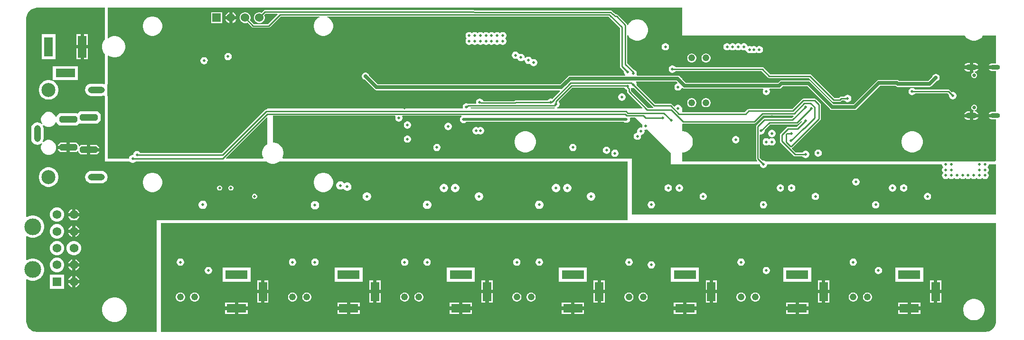
<source format=gbl>
G04*
G04 #@! TF.GenerationSoftware,Altium Limited,Altium Designer,24.5.2 (23)*
G04*
G04 Layer_Physical_Order=4*
G04 Layer_Color=16711680*
%FSLAX44Y44*%
%MOMM*%
G71*
G04*
G04 #@! TF.SameCoordinates,18AD1EF8-D4E3-4D70-9127-A8B2740D653E*
G04*
G04*
G04 #@! TF.FilePolarity,Positive*
G04*
G01*
G75*
%ADD12C,0.2540*%
%ADD91C,3.0000*%
%ADD92C,1.5700*%
%ADD93R,1.5700X1.5700*%
%ADD110C,0.5000*%
%ADD112C,0.5080*%
%ADD114C,0.6350*%
%ADD115O,3.0000X1.2000*%
%ADD116O,1.2000X3.0000*%
G04:AMPARAMS|DCode=117|XSize=1.2mm|YSize=3.2mm|CornerRadius=0mm|HoleSize=0mm|Usage=FLASHONLY|Rotation=90.000|XOffset=0mm|YOffset=0mm|HoleType=Round|Shape=Octagon|*
%AMOCTAGOND117*
4,1,8,-1.6000,-0.3000,-1.6000,0.3000,-1.3000,0.6000,1.3000,0.6000,1.6000,0.3000,1.6000,-0.3000,1.3000,-0.6000,-1.3000,-0.6000,-1.6000,-0.3000,0.0*
%
%ADD117OCTAGOND117*%

%ADD118C,2.5000*%
%ADD119C,1.5240*%
%ADD120R,1.5240X1.5240*%
%ADD121C,1.2192*%
%ADD122R,4.0000X1.5000*%
%ADD123R,3.5000X1.5000*%
%ADD124R,1.5000X3.5000*%
%ADD125O,2.1000X1.0500*%
%ADD126O,1.8000X0.9000*%
%ADD127C,0.6500*%
%ADD128R,1.5000X4.0000*%
G36*
X1180000Y540000D02*
X1683831D01*
X1685242Y537888D01*
X1687888Y535242D01*
X1691000Y533162D01*
X1694458Y531730D01*
X1698129Y531000D01*
X1701871D01*
X1705542Y531730D01*
X1709000Y533162D01*
X1712112Y535242D01*
X1714758Y537888D01*
X1716169Y540000D01*
X1739752D01*
Y490515D01*
X1733000D01*
X1731162Y490273D01*
X1729450Y489564D01*
X1727979Y488435D01*
X1726851Y486965D01*
X1726623Y486414D01*
X1737500D01*
Y480414D01*
X1726623D01*
X1726851Y479864D01*
X1727979Y478393D01*
X1729450Y477265D01*
X1731162Y476556D01*
X1733000Y476314D01*
X1739752D01*
Y404115D01*
X1733000D01*
X1731162Y403873D01*
X1729450Y403164D01*
X1727979Y402035D01*
X1726851Y400565D01*
X1726623Y400014D01*
X1737500D01*
Y394014D01*
X1726623D01*
X1726851Y393464D01*
X1727979Y391993D01*
X1729450Y390865D01*
X1731162Y390156D01*
X1733000Y389914D01*
X1739752D01*
Y317252D01*
X1737598Y315098D01*
X1726500D01*
X1726008Y315000D01*
X1643992D01*
X1643500Y315098D01*
X1331500D01*
X1331008Y315000D01*
X1329192D01*
X1328991Y315201D01*
X1327509Y316057D01*
X1325856Y316500D01*
X1324144D01*
X1323411Y316304D01*
X1318294Y321421D01*
Y362678D01*
X1319302Y363451D01*
X1319874Y363298D01*
X1321586D01*
X1323239Y363741D01*
X1324721Y364597D01*
X1325931Y365807D01*
X1326787Y367289D01*
X1327230Y368942D01*
Y370654D01*
X1327034Y371387D01*
X1337043Y381396D01*
X1384730D01*
X1386006Y381650D01*
X1387088Y382373D01*
X1392230Y387515D01*
X1393366Y387044D01*
X1393600Y385816D01*
X1384634Y376849D01*
X1368582D01*
X1367306Y376595D01*
X1366225Y375872D01*
X1355143Y364790D01*
X1354420Y363708D01*
X1354166Y362433D01*
Y351079D01*
X1354420Y349804D01*
X1355143Y348722D01*
X1378722Y325143D01*
X1379804Y324420D01*
X1381080Y324166D01*
X1394419D01*
X1394799Y323509D01*
X1396009Y322299D01*
X1397491Y321443D01*
X1399144Y321000D01*
X1400856D01*
X1402509Y321443D01*
X1403991Y322299D01*
X1405201Y323509D01*
X1406057Y324991D01*
X1406500Y326644D01*
Y328356D01*
X1406057Y330009D01*
X1405201Y331491D01*
X1403991Y332701D01*
X1402509Y333557D01*
X1400856Y334000D01*
X1399144D01*
X1397491Y333557D01*
X1396009Y332701D01*
X1394799Y331491D01*
X1394419Y330834D01*
X1382460D01*
X1375486Y337809D01*
X1375903Y339187D01*
X1376078Y339222D01*
X1377160Y339945D01*
X1426167Y388952D01*
X1426890Y390034D01*
X1427144Y391310D01*
Y416578D01*
X1426890Y417854D01*
X1426167Y418936D01*
X1418896Y426208D01*
X1417814Y426930D01*
X1416538Y427184D01*
X1396018D01*
X1394742Y426930D01*
X1393660Y426208D01*
X1392311Y424858D01*
X1392190Y424777D01*
X1376097Y408684D01*
X1298510D01*
X1297234Y408430D01*
X1296152Y407707D01*
X1291739Y403294D01*
X1180000D01*
Y412030D01*
X1178730Y411863D01*
X1178557Y412509D01*
X1177701Y413991D01*
X1176491Y415201D01*
X1175009Y416057D01*
X1173356Y416500D01*
X1171644D01*
X1169991Y416057D01*
X1168509Y415201D01*
X1167299Y413991D01*
X1167002Y413478D01*
X1165743Y413312D01*
X1161697Y417357D01*
X1160616Y418080D01*
X1159340Y418334D01*
X1131381D01*
X1098804Y450911D01*
X1099000Y451644D01*
Y453356D01*
X1098557Y455009D01*
X1097701Y456491D01*
X1097524Y456669D01*
X1098050Y457939D01*
X1169600D01*
X1171823Y455715D01*
X1171284Y454458D01*
X1169991Y454112D01*
X1168509Y453256D01*
X1167299Y452046D01*
X1166443Y450564D01*
X1166000Y448911D01*
Y447199D01*
X1166443Y445546D01*
X1167299Y444064D01*
X1168509Y442854D01*
X1169991Y441998D01*
X1171644Y441555D01*
X1173356D01*
X1175009Y441998D01*
X1176491Y442854D01*
X1177701Y444064D01*
X1178557Y445546D01*
X1178730Y446192D01*
X1180000Y446025D01*
Y445840D01*
X1181270Y446413D01*
X1182546Y445560D01*
X1184565Y445159D01*
X1324315D01*
X1324543Y444608D01*
X1324740Y443889D01*
X1323943Y442509D01*
X1323500Y440856D01*
Y439144D01*
X1323943Y437491D01*
X1324799Y436009D01*
X1326009Y434799D01*
X1327491Y433943D01*
X1329144Y433500D01*
X1330856D01*
X1332509Y433943D01*
X1333991Y434799D01*
X1335201Y436009D01*
X1336057Y437491D01*
X1336500Y439144D01*
Y440856D01*
X1336057Y442509D01*
X1335260Y443889D01*
X1335457Y444608D01*
X1335685Y445159D01*
X1352877D01*
X1354896Y445560D01*
X1356608Y446704D01*
X1359072Y449169D01*
X1403151D01*
X1443551Y408769D01*
X1445262Y407625D01*
X1447282Y407224D01*
X1487678D01*
X1489698Y407625D01*
X1491409Y408769D01*
X1532820Y450179D01*
X1560602D01*
X1560957Y449824D01*
X1562669Y448680D01*
X1564688Y448279D01*
X1621055D01*
X1623074Y448680D01*
X1624786Y449824D01*
X1633501Y458539D01*
X1635009Y458943D01*
X1636491Y459799D01*
X1637701Y461009D01*
X1638557Y462491D01*
X1639000Y464144D01*
Y465856D01*
X1638557Y467509D01*
X1637701Y468991D01*
X1636491Y470201D01*
X1635009Y471057D01*
X1633356Y471500D01*
X1631644D01*
X1629991Y471057D01*
X1628509Y470201D01*
X1627299Y468991D01*
X1626443Y467509D01*
X1626039Y466001D01*
X1618869Y458831D01*
X1566874D01*
X1566518Y459187D01*
X1564806Y460331D01*
X1562787Y460732D01*
X1530634D01*
X1530634Y460732D01*
X1528615Y460331D01*
X1526903Y459187D01*
X1485493Y417776D01*
X1449467D01*
X1409068Y458176D01*
X1407356Y459320D01*
X1405337Y459721D01*
X1356887D01*
X1354868Y459320D01*
X1353156Y458176D01*
X1350691Y455711D01*
X1186751D01*
X1180000Y462462D01*
Y464121D01*
X1178827Y463635D01*
X1175516Y466946D01*
X1173804Y468090D01*
X1171785Y468491D01*
X1099158D01*
X1098424Y469761D01*
X1098557Y469991D01*
X1099000Y471644D01*
Y473356D01*
X1098557Y475009D01*
X1097701Y476491D01*
X1096491Y477701D01*
X1095009Y478557D01*
X1093356Y479000D01*
X1093215D01*
X1082084Y490131D01*
Y540407D01*
X1083354Y540713D01*
X1085242Y537888D01*
X1087888Y535242D01*
X1091000Y533162D01*
X1094458Y531730D01*
X1098129Y531000D01*
X1101871D01*
X1105542Y531730D01*
X1109000Y533162D01*
X1112112Y535242D01*
X1114758Y537888D01*
X1116838Y541000D01*
X1118270Y544458D01*
X1119000Y548129D01*
Y551871D01*
X1118270Y555542D01*
X1116838Y559000D01*
X1114758Y562112D01*
X1112112Y564758D01*
X1109000Y566838D01*
X1105542Y568270D01*
X1101871Y569000D01*
X1098129D01*
X1094458Y568270D01*
X1091000Y566838D01*
X1087888Y564758D01*
X1085242Y562112D01*
X1083291Y559192D01*
X1082617Y559181D01*
X1081954Y559402D01*
X1081830Y560026D01*
X1081107Y561107D01*
X1065178Y577038D01*
X1064096Y577760D01*
X1062820Y578014D01*
X1061545D01*
X1054076Y584549D01*
X1053608Y584819D01*
X1053159Y585119D01*
X1053047Y585141D01*
X1052949Y585198D01*
X1052413Y585268D01*
X1051883Y585374D01*
X568393Y585813D01*
X544936Y585834D01*
X544934Y585834D01*
X544933Y585834D01*
X436060D01*
X434784Y585580D01*
X433703Y584857D01*
X429753Y580908D01*
X429413Y581104D01*
X426967Y581760D01*
X424434D01*
X421987Y581104D01*
X419793Y579838D01*
X418002Y578047D01*
X416736Y575853D01*
X416080Y573406D01*
Y570873D01*
X416736Y568427D01*
X418002Y566233D01*
X419793Y564442D01*
X421987Y563176D01*
X424434Y562520D01*
X426967D01*
X429413Y563176D01*
X431607Y564442D01*
X433398Y566233D01*
X434664Y568427D01*
X435320Y570873D01*
Y573406D01*
X434664Y575853D01*
X434468Y576193D01*
X437441Y579166D01*
X457791D01*
X458278Y577993D01*
X441119Y560834D01*
X416321D01*
X409068Y568087D01*
X409264Y568427D01*
X409920Y570873D01*
Y573406D01*
X409264Y575853D01*
X407998Y578047D01*
X406207Y579838D01*
X404013Y581104D01*
X401567Y581760D01*
X399034D01*
X396587Y581104D01*
X394393Y579838D01*
X392602Y578047D01*
X391336Y575853D01*
X390680Y573406D01*
Y570873D01*
X391336Y568427D01*
X392602Y566233D01*
X394393Y564442D01*
X396587Y563176D01*
X399034Y562520D01*
X401567D01*
X404013Y563176D01*
X404353Y563372D01*
X412583Y555143D01*
X413664Y554420D01*
X414940Y554166D01*
X442500D01*
X443776Y554420D01*
X444857Y555143D01*
X463881Y574166D01*
X533315Y574166D01*
X533567Y572896D01*
X531834Y572178D01*
X529010Y570291D01*
X526609Y567890D01*
X524722Y565066D01*
X523423Y561929D01*
X522760Y558598D01*
Y555202D01*
X523423Y551871D01*
X524722Y548734D01*
X526609Y545910D01*
X529010Y543509D01*
X531834Y541622D01*
X534971Y540322D01*
X538302Y539660D01*
X541698D01*
X545029Y540322D01*
X548166Y541622D01*
X550990Y543509D01*
X553391Y545910D01*
X555278Y548734D01*
X556577Y551871D01*
X557240Y555202D01*
Y558598D01*
X556577Y561929D01*
X555278Y565066D01*
X553391Y567890D01*
X550990Y570291D01*
X548166Y572178D01*
X546433Y572896D01*
X546685Y574166D01*
X1048619D01*
X1069166Y553619D01*
Y485000D01*
X1069420Y483724D01*
X1070143Y482643D01*
X1076196Y476589D01*
X1076000Y475856D01*
Y474144D01*
X1076443Y472491D01*
X1077299Y471009D01*
X1078509Y469799D01*
X1078574Y469761D01*
X1078233Y468491D01*
X980133D01*
X978114Y468090D01*
X976402Y466946D01*
X976402Y466946D01*
X962232Y452776D01*
X637186D01*
X621461Y468501D01*
X621057Y470009D01*
X620201Y471491D01*
X618991Y472701D01*
X617509Y473557D01*
X615856Y474000D01*
X614144D01*
X612491Y473557D01*
X611009Y472701D01*
X609799Y471491D01*
X608943Y470009D01*
X608500Y468356D01*
Y466644D01*
X608943Y464991D01*
X609799Y463509D01*
X611009Y462299D01*
X612491Y461443D01*
X613999Y461039D01*
X631269Y443769D01*
X631269Y443769D01*
X632981Y442625D01*
X635000Y442224D01*
X635000Y442224D01*
X961929D01*
X962415Y441050D01*
X948210Y426846D01*
X946626Y427270D01*
X944914D01*
X943261Y426827D01*
X941779Y425971D01*
X940569Y424761D01*
X940189Y424104D01*
X883530D01*
X882254Y423850D01*
X881173Y423128D01*
X880919Y422874D01*
X824996D01*
X824888Y423279D01*
X824032Y424761D01*
X822822Y425971D01*
X821339Y426827D01*
X819686Y427270D01*
X817975D01*
X816322Y426827D01*
X814839Y425971D01*
X813629Y424761D01*
X812774Y423279D01*
X812331Y421626D01*
Y419914D01*
X812484Y419342D01*
X811711Y418334D01*
X797895D01*
X797509Y418557D01*
X795856Y419000D01*
X794144D01*
X792491Y418557D01*
X791009Y417701D01*
X789799Y416491D01*
X788943Y415009D01*
X788500Y413356D01*
Y411644D01*
X788671Y411008D01*
X787897Y410000D01*
X440000D01*
Y407874D01*
X438120D01*
X436844Y407620D01*
X435762Y406898D01*
X359374Y330510D01*
X213243D01*
X212863Y331167D01*
X211653Y332377D01*
X210171Y333232D01*
X208518Y333675D01*
X206806D01*
X205153Y333232D01*
X203671Y332377D01*
X202461Y331167D01*
X201605Y329684D01*
X201162Y328031D01*
Y326735D01*
X200856Y326500D01*
X199144D01*
X197491Y326057D01*
X196009Y325201D01*
X194799Y323991D01*
X193943Y322509D01*
X193500Y320856D01*
Y320098D01*
X155098D01*
Y432204D01*
X155000Y432697D01*
Y453303D01*
X155098Y453796D01*
Y503908D01*
X156368Y504587D01*
X158500Y503162D01*
X161958Y501730D01*
X165629Y501000D01*
X169371D01*
X173042Y501730D01*
X176500Y503162D01*
X179612Y505242D01*
X182258Y507888D01*
X184338Y511000D01*
X185770Y514458D01*
X186500Y518129D01*
Y521871D01*
X185770Y525542D01*
X184338Y529000D01*
X182258Y532112D01*
X179612Y534758D01*
X176500Y536838D01*
X173042Y538270D01*
X169371Y539000D01*
X165629D01*
X161958Y538270D01*
X158500Y536838D01*
X156368Y535413D01*
X155098Y536092D01*
Y589752D01*
X1180000D01*
Y540000D01*
D02*
G37*
G36*
X150000Y533408D02*
X148004Y530421D01*
X146346Y526417D01*
X145500Y522167D01*
Y517833D01*
X146346Y513583D01*
X148004Y509579D01*
X150000Y506592D01*
Y453796D01*
X148730Y452947D01*
X146872Y453717D01*
X144000Y454095D01*
X126000D01*
X123128Y453717D01*
X120452Y452608D01*
X118155Y450845D01*
X116391Y448547D01*
X115283Y445872D01*
X114905Y443000D01*
X115283Y440128D01*
X116391Y437453D01*
X118155Y435155D01*
X120452Y433391D01*
X123128Y432283D01*
X126000Y431905D01*
X144000D01*
X146872Y432283D01*
X148730Y433053D01*
X150000Y432204D01*
Y315000D01*
X194393D01*
X195395Y313999D01*
X197105Y313011D01*
X199013Y312500D01*
X200987D01*
X202895Y313011D01*
X204605Y313999D01*
X205607Y315000D01*
X438250D01*
X441000Y313162D01*
X444458Y311730D01*
X448129Y311000D01*
X451871D01*
X455542Y311730D01*
X459000Y313162D01*
X461750Y315000D01*
X1082500D01*
Y210000D01*
X242500D01*
Y10248D01*
X28705D01*
X26138Y10586D01*
X23637Y11256D01*
X21245Y12247D01*
X19003Y13541D01*
X16948Y15117D01*
X15117Y16948D01*
X13541Y19003D01*
X12247Y21245D01*
X11256Y23637D01*
X10586Y26138D01*
X10248Y28705D01*
Y30000D01*
Y103818D01*
X11368Y104417D01*
X12326Y103776D01*
X15966Y102269D01*
X19830Y101500D01*
X23770D01*
X27634Y102269D01*
X31274Y103776D01*
X34549Y105965D01*
X37335Y108751D01*
X39524Y112027D01*
X41031Y115666D01*
X41800Y119530D01*
Y123470D01*
X41031Y127334D01*
X39524Y130974D01*
X37335Y134249D01*
X34549Y137035D01*
X31274Y139224D01*
X27634Y140731D01*
X23770Y141500D01*
X19830D01*
X15966Y140731D01*
X12326Y139224D01*
X11368Y138583D01*
X10248Y139182D01*
Y180818D01*
X11368Y181417D01*
X12326Y180776D01*
X15966Y179269D01*
X19830Y178500D01*
X23770D01*
X27634Y179269D01*
X31274Y180776D01*
X34549Y182965D01*
X37335Y185751D01*
X39524Y189027D01*
X41031Y192666D01*
X41800Y196530D01*
Y200470D01*
X41031Y204334D01*
X39524Y207973D01*
X38918Y208880D01*
X39517Y210000D01*
X38170D01*
X37335Y211249D01*
X34549Y214035D01*
X31274Y216224D01*
X27634Y217731D01*
X23770Y218500D01*
X19830D01*
X15966Y217731D01*
X12326Y216224D01*
X11368Y215583D01*
X10248Y216182D01*
Y570000D01*
Y571295D01*
X10586Y573862D01*
X11256Y576363D01*
X12247Y578755D01*
X13541Y580997D01*
X15117Y583051D01*
X16948Y584883D01*
X19003Y586459D01*
X21245Y587753D01*
X23637Y588744D01*
X26138Y589414D01*
X28705Y589752D01*
X150000D01*
Y533408D01*
D02*
G37*
G36*
X1089906Y446492D02*
X1089991Y446443D01*
X1091644Y446000D01*
X1093356D01*
X1094089Y446196D01*
X1127643Y412643D01*
X1128448Y412104D01*
X1128168Y410834D01*
X1118825D01*
X1088334Y441325D01*
Y444960D01*
X1088238Y445443D01*
X1089028Y446810D01*
X1089906Y446492D01*
D02*
G37*
G36*
X1077769Y445328D02*
X1078980Y444118D01*
X1080462Y443262D01*
X1081666Y442939D01*
Y439944D01*
X1081920Y438668D01*
X1082643Y437587D01*
X1109056Y411173D01*
X1108570Y410000D01*
X957030D01*
X956863Y411270D01*
X957509Y411443D01*
X958991Y412299D01*
X960201Y413509D01*
X961057Y414991D01*
X961500Y416644D01*
Y418356D01*
X961057Y420009D01*
X960201Y421491D01*
X959454Y422239D01*
X983930Y446715D01*
X1076969D01*
X1077769Y445328D01*
D02*
G37*
G36*
X952667Y411270D02*
X952313Y410000D01*
X803019D01*
X802230Y411270D01*
X802425Y411666D01*
X952010D01*
X952667Y411270D01*
D02*
G37*
G36*
X786346Y395396D02*
X786009Y395201D01*
X784799Y393991D01*
X783943Y392509D01*
X783500Y390856D01*
Y389144D01*
X783943Y387491D01*
X784799Y386009D01*
X786009Y384799D01*
X787491Y383943D01*
X789144Y383500D01*
X790856D01*
X792509Y383943D01*
X793991Y384799D01*
X795165Y385972D01*
X1075868D01*
X1076440Y385400D01*
X1077922Y384544D01*
X1079575Y384101D01*
X1081287D01*
X1082940Y384544D01*
X1084422Y385400D01*
X1085632Y386610D01*
X1086488Y388092D01*
X1086931Y389746D01*
Y391457D01*
X1086639Y392545D01*
X1087426Y393815D01*
X1096185D01*
X1109045Y380955D01*
X1108943Y380779D01*
X1108500Y379126D01*
Y377414D01*
X1108768Y376414D01*
X1107766Y375368D01*
X1107169Y375528D01*
X1105457D01*
X1103804Y375085D01*
X1102322Y374229D01*
X1101112Y373019D01*
X1100256Y371537D01*
X1099813Y369884D01*
Y368172D01*
X1099921Y367770D01*
X1099144Y366500D01*
X1097491Y366057D01*
X1096009Y365201D01*
X1094799Y363991D01*
X1093943Y362509D01*
X1093500Y360856D01*
Y359144D01*
X1093943Y357491D01*
X1094799Y356009D01*
X1096009Y354799D01*
X1097491Y353943D01*
X1099144Y353500D01*
X1100856D01*
X1102509Y353943D01*
X1103991Y354799D01*
X1105201Y356009D01*
X1106057Y357491D01*
X1106500Y359144D01*
Y360856D01*
X1106392Y361258D01*
X1107169Y362528D01*
X1108822Y362971D01*
X1110304Y363827D01*
X1111514Y365037D01*
X1112370Y366519D01*
X1112813Y368172D01*
Y369884D01*
X1112545Y370884D01*
X1113547Y371930D01*
X1114144Y371770D01*
X1115856D01*
X1117509Y372213D01*
X1117685Y372315D01*
X1160000Y330000D01*
Y310000D01*
X1318500D01*
Y309144D01*
X1318943Y307491D01*
X1319799Y306009D01*
X1321009Y304799D01*
X1322491Y303943D01*
X1324144Y303500D01*
X1325856D01*
X1327509Y303943D01*
X1328991Y304799D01*
X1330201Y306009D01*
X1331057Y307491D01*
X1331500Y309144D01*
Y310000D01*
X1643500D01*
Y309144D01*
X1643943Y307491D01*
X1644799Y306009D01*
X1645808Y305000D01*
X1644799Y303991D01*
X1643943Y302509D01*
X1643500Y300856D01*
Y299144D01*
X1643943Y297491D01*
X1644799Y296009D01*
X1645808Y295000D01*
X1644799Y293991D01*
X1643943Y292509D01*
X1643500Y290856D01*
Y289144D01*
X1643943Y287491D01*
X1644799Y286009D01*
X1646009Y284799D01*
X1647491Y283943D01*
X1649144Y283500D01*
X1650856D01*
X1652509Y283943D01*
X1653991Y284799D01*
X1655000Y285808D01*
X1656009Y284799D01*
X1657491Y283943D01*
X1659144Y283500D01*
X1660856D01*
X1662509Y283943D01*
X1663991Y284799D01*
X1665000Y285808D01*
X1666009Y284799D01*
X1667491Y283943D01*
X1669144Y283500D01*
X1670856D01*
X1672509Y283943D01*
X1673991Y284799D01*
X1675000Y285808D01*
X1676009Y284799D01*
X1677491Y283943D01*
X1679144Y283500D01*
X1680856D01*
X1682509Y283943D01*
X1683991Y284799D01*
X1685000Y285808D01*
X1686009Y284799D01*
X1687491Y283943D01*
X1689144Y283500D01*
X1690856D01*
X1692509Y283943D01*
X1693991Y284799D01*
X1695000Y285808D01*
X1696009Y284799D01*
X1697491Y283943D01*
X1699144Y283500D01*
X1700856D01*
X1702509Y283943D01*
X1703991Y284799D01*
X1705000Y285808D01*
X1706009Y284799D01*
X1707491Y283943D01*
X1709144Y283500D01*
X1710856D01*
X1712509Y283943D01*
X1713991Y284799D01*
X1715000Y285808D01*
X1716009Y284799D01*
X1717491Y283943D01*
X1719144Y283500D01*
X1720856D01*
X1722509Y283943D01*
X1723991Y284799D01*
X1725201Y286009D01*
X1726057Y287491D01*
X1726500Y289144D01*
Y290856D01*
X1726057Y292509D01*
X1725201Y293991D01*
X1724192Y295000D01*
X1725201Y296009D01*
X1726057Y297491D01*
X1726500Y299144D01*
Y300856D01*
X1726057Y302509D01*
X1725201Y303991D01*
X1724192Y305000D01*
X1725201Y306009D01*
X1726057Y307491D01*
X1726500Y309144D01*
Y310000D01*
X1739752D01*
X1739753Y220000D01*
X1090000D01*
Y320000D01*
X1082992D01*
X1082500Y320098D01*
X467595D01*
X466990Y321368D01*
X468270Y324458D01*
X469000Y328129D01*
Y331871D01*
X468270Y335542D01*
X466838Y339000D01*
X464758Y342112D01*
X462112Y344758D01*
X459000Y346838D01*
X455542Y348270D01*
X451871Y349000D01*
X450000D01*
Y396666D01*
X668109D01*
X668744Y395566D01*
X668613Y395339D01*
X668170Y393686D01*
Y391974D01*
X668613Y390321D01*
X669469Y388839D01*
X670679Y387629D01*
X672161Y386773D01*
X673814Y386330D01*
X675526D01*
X677179Y386773D01*
X678661Y387629D01*
X679871Y388839D01*
X680727Y390321D01*
X681170Y391974D01*
Y393686D01*
X680727Y395339D01*
X680596Y395566D01*
X681231Y396666D01*
X786006D01*
X786346Y395396D01*
D02*
G37*
G36*
X1378991Y396206D02*
X1375389Y392604D01*
X1326770D01*
X1325494Y392350D01*
X1324413Y391628D01*
X1312603Y379818D01*
X1311880Y378736D01*
X1311626Y377460D01*
Y320040D01*
X1311880Y318764D01*
X1312603Y317682D01*
X1314014Y316271D01*
X1313528Y315098D01*
X1180000D01*
Y331000D01*
X1181871D01*
X1185542Y331730D01*
X1189000Y333162D01*
X1192112Y335242D01*
X1194758Y337888D01*
X1196838Y341000D01*
X1198270Y344458D01*
X1199000Y348129D01*
Y351871D01*
X1198270Y355542D01*
X1196838Y359000D01*
X1194758Y362112D01*
X1192112Y364758D01*
X1189000Y366838D01*
X1185542Y368270D01*
X1181871Y369000D01*
X1180000D01*
Y382042D01*
X1181270Y383044D01*
X1181609Y382976D01*
X1308810D01*
X1310086Y383230D01*
X1311168Y383952D01*
X1324691Y397476D01*
X1378465D01*
X1378991Y396206D01*
D02*
G37*
G36*
X440000Y393626D02*
Y346169D01*
X437888Y344758D01*
X435242Y342112D01*
X433162Y339000D01*
X431730Y335542D01*
X431000Y331871D01*
Y328129D01*
X431730Y324458D01*
X433010Y321368D01*
X432405Y320098D01*
X366472D01*
X365986Y321271D01*
X438827Y394112D01*
X440000Y393626D01*
D02*
G37*
G36*
X1739753Y30000D02*
X1739752Y28705D01*
X1739415Y26138D01*
X1738744Y23637D01*
X1737753Y21245D01*
X1736459Y19002D01*
X1734883Y16948D01*
X1733052Y15117D01*
X1730997Y13541D01*
X1728755Y12247D01*
X1726363Y11256D01*
X1723862Y10586D01*
X1721295Y10248D01*
X250000D01*
Y204902D01*
X1082500D01*
X1082992Y205000D01*
X1739753D01*
Y30000D01*
D02*
G37*
%LPC*%
G36*
X377900Y581855D02*
Y575140D01*
X384615D01*
X384368Y576062D01*
X383030Y578378D01*
X381138Y580270D01*
X378822Y581608D01*
X377900Y581855D01*
D02*
G37*
G36*
X371900D02*
X370978Y581608D01*
X368662Y580270D01*
X366770Y578378D01*
X365432Y576062D01*
X365185Y575140D01*
X371900D01*
Y581855D01*
D02*
G37*
G36*
X359120Y581760D02*
X339880D01*
Y562520D01*
X359120D01*
Y581760D01*
D02*
G37*
G36*
X384615Y569140D02*
X377900D01*
Y562425D01*
X378822Y562672D01*
X381138Y564010D01*
X383030Y565902D01*
X384368Y568218D01*
X384615Y569140D01*
D02*
G37*
G36*
X371900D02*
X365186D01*
X365432Y568218D01*
X366770Y565902D01*
X368662Y564010D01*
X370978Y562672D01*
X371900Y562425D01*
Y569140D01*
D02*
G37*
G36*
X860856Y546500D02*
X859144D01*
X857491Y546057D01*
X856009Y545201D01*
X855000Y544192D01*
X853991Y545201D01*
X852509Y546057D01*
X850856Y546500D01*
X849144D01*
X847491Y546057D01*
X846009Y545201D01*
X845000Y544192D01*
X843991Y545201D01*
X842509Y546057D01*
X840856Y546500D01*
X839144D01*
X837491Y546057D01*
X836009Y545201D01*
X835000Y544192D01*
X833991Y545201D01*
X832509Y546057D01*
X830856Y546500D01*
X829144D01*
X827491Y546057D01*
X826009Y545201D01*
X825000Y544192D01*
X823991Y545201D01*
X822509Y546057D01*
X820856Y546500D01*
X819144D01*
X817491Y546057D01*
X816009Y545201D01*
X815000Y544192D01*
X813991Y545201D01*
X812509Y546057D01*
X810856Y546500D01*
X809144D01*
X807491Y546057D01*
X806009Y545201D01*
X805000Y544192D01*
X803991Y545201D01*
X802509Y546057D01*
X800856Y546500D01*
X799144D01*
X797491Y546057D01*
X796009Y545201D01*
X794799Y543991D01*
X793943Y542509D01*
X793500Y540856D01*
Y539144D01*
X793943Y537491D01*
X794799Y536009D01*
X795808Y535000D01*
X794799Y533991D01*
X793943Y532509D01*
X793500Y530856D01*
Y529144D01*
X793943Y527491D01*
X794799Y526009D01*
X796009Y524799D01*
X797491Y523943D01*
X799144Y523500D01*
X800856D01*
X802509Y523943D01*
X803991Y524799D01*
X805000Y525808D01*
X806009Y524799D01*
X807491Y523943D01*
X809144Y523500D01*
X810856D01*
X812509Y523943D01*
X813991Y524799D01*
X815000Y525808D01*
X816009Y524799D01*
X817491Y523943D01*
X819144Y523500D01*
X820856D01*
X822509Y523943D01*
X823991Y524799D01*
X825000Y525808D01*
X826009Y524799D01*
X827491Y523943D01*
X829144Y523500D01*
X830856D01*
X832509Y523943D01*
X833991Y524799D01*
X835000Y525808D01*
X836009Y524799D01*
X837491Y523943D01*
X839144Y523500D01*
X840856D01*
X842509Y523943D01*
X843991Y524799D01*
X845000Y525808D01*
X846009Y524799D01*
X847491Y523943D01*
X849144Y523500D01*
X850856D01*
X852509Y523943D01*
X853991Y524799D01*
X855000Y525808D01*
X856009Y524799D01*
X857491Y523943D01*
X859144Y523500D01*
X860856D01*
X862509Y523943D01*
X863991Y524799D01*
X865201Y526009D01*
X866057Y527491D01*
X866500Y529144D01*
Y530856D01*
X866057Y532509D01*
X865201Y533991D01*
X864192Y535000D01*
X865201Y536009D01*
X866057Y537491D01*
X866500Y539144D01*
Y540856D01*
X866057Y542509D01*
X865201Y543991D01*
X863991Y545201D01*
X862509Y546057D01*
X860856Y546500D01*
D02*
G37*
G36*
X236898Y574140D02*
X233502D01*
X230171Y573478D01*
X227034Y572178D01*
X224210Y570291D01*
X221809Y567890D01*
X219922Y565066D01*
X218622Y561929D01*
X217960Y558598D01*
Y555202D01*
X218622Y551871D01*
X219922Y548734D01*
X221809Y545910D01*
X224210Y543509D01*
X227034Y541622D01*
X230171Y540322D01*
X233502Y539660D01*
X236898D01*
X240229Y540322D01*
X243366Y541622D01*
X246190Y543509D01*
X248591Y545910D01*
X250478Y548734D01*
X251777Y551871D01*
X252440Y555202D01*
Y558598D01*
X251777Y561929D01*
X250478Y565066D01*
X248591Y567890D01*
X246190Y570291D01*
X243366Y572178D01*
X240229Y573478D01*
X236898Y574140D01*
D02*
G37*
G36*
X1290856Y526500D02*
X1289144D01*
X1287491Y526057D01*
X1286009Y525201D01*
X1285000Y524192D01*
X1283991Y525201D01*
X1282509Y526057D01*
X1280856Y526500D01*
X1279144D01*
X1277491Y526057D01*
X1276009Y525201D01*
X1275000Y524192D01*
X1273991Y525201D01*
X1272509Y526057D01*
X1270856Y526500D01*
X1269144D01*
X1267491Y526057D01*
X1266009Y525201D01*
X1265000Y524192D01*
X1263991Y525201D01*
X1262509Y526057D01*
X1260856Y526500D01*
X1259144D01*
X1257491Y526057D01*
X1256009Y525201D01*
X1254799Y523991D01*
X1253943Y522509D01*
X1253500Y520856D01*
Y519144D01*
X1253943Y517491D01*
X1254799Y516009D01*
X1256009Y514799D01*
X1257491Y513943D01*
X1259144Y513500D01*
X1260856D01*
X1262509Y513943D01*
X1263991Y514799D01*
X1265000Y515808D01*
X1266009Y514799D01*
X1267491Y513943D01*
X1269144Y513500D01*
X1270856D01*
X1272509Y513943D01*
X1273991Y514799D01*
X1275000Y515808D01*
X1276009Y514799D01*
X1277491Y513943D01*
X1279144Y513500D01*
X1280856D01*
X1282509Y513943D01*
X1283991Y514799D01*
X1285000Y515808D01*
X1286009Y514799D01*
X1287491Y513943D01*
X1289144Y513500D01*
X1290856D01*
X1292333Y513896D01*
X1292521Y513936D01*
X1293754Y513195D01*
X1293943Y512491D01*
X1294799Y511009D01*
X1296009Y509799D01*
X1297491Y508943D01*
X1299144Y508500D01*
X1300856D01*
X1302509Y508943D01*
X1303875Y509732D01*
X1305241Y508943D01*
X1306894Y508500D01*
X1308606D01*
X1310259Y508943D01*
X1311741Y509799D01*
X1312625Y510683D01*
X1313509Y509799D01*
X1314991Y508943D01*
X1316644Y508500D01*
X1318356D01*
X1320009Y508943D01*
X1321491Y509799D01*
X1322701Y511009D01*
X1323557Y512491D01*
X1324000Y514144D01*
Y515856D01*
X1323557Y517509D01*
X1322701Y518991D01*
X1321491Y520201D01*
X1320009Y521057D01*
X1318356Y521500D01*
X1316644D01*
X1314991Y521057D01*
X1313509Y520201D01*
X1312625Y519317D01*
X1311741Y520201D01*
X1310259Y521057D01*
X1308606Y521500D01*
X1306894D01*
X1305241Y521057D01*
X1303875Y520268D01*
X1302509Y521057D01*
X1300856Y521500D01*
X1299144D01*
X1297667Y521104D01*
X1297479Y521064D01*
X1296246Y521805D01*
X1296057Y522509D01*
X1295201Y523991D01*
X1293991Y525201D01*
X1292509Y526057D01*
X1290856Y526500D01*
D02*
G37*
G36*
X1150856D02*
X1149144D01*
X1147491Y526057D01*
X1146009Y525201D01*
X1144799Y523991D01*
X1143943Y522509D01*
X1143500Y520856D01*
Y519144D01*
X1143943Y517491D01*
X1144799Y516009D01*
X1146009Y514799D01*
X1147491Y513943D01*
X1149144Y513500D01*
X1150856D01*
X1152509Y513943D01*
X1153991Y514799D01*
X1155201Y516009D01*
X1156057Y517491D01*
X1156500Y519144D01*
Y520856D01*
X1156057Y522509D01*
X1155201Y523991D01*
X1153991Y525201D01*
X1152509Y526057D01*
X1150856Y526500D01*
D02*
G37*
G36*
X370856Y509090D02*
X369144D01*
X367491Y508647D01*
X366009Y507791D01*
X364799Y506581D01*
X363943Y505099D01*
X363500Y503446D01*
Y501734D01*
X363943Y500081D01*
X364799Y498599D01*
X366009Y497388D01*
X367491Y496533D01*
X369144Y496090D01*
X370856D01*
X372509Y496533D01*
X373991Y497388D01*
X375201Y498599D01*
X376057Y500081D01*
X376500Y501734D01*
Y503446D01*
X376057Y505099D01*
X375201Y506581D01*
X373991Y507791D01*
X372509Y508647D01*
X370856Y509090D01*
D02*
G37*
G36*
X1223466Y508096D02*
X1221334D01*
X1219275Y507544D01*
X1217429Y506478D01*
X1215922Y504971D01*
X1214856Y503125D01*
X1214304Y501066D01*
Y498934D01*
X1214856Y496875D01*
X1215922Y495029D01*
X1217429Y493522D01*
X1219275Y492456D01*
X1221334Y491904D01*
X1223466D01*
X1225525Y492456D01*
X1227371Y493522D01*
X1228878Y495029D01*
X1229944Y496875D01*
X1230496Y498934D01*
Y501066D01*
X1229944Y503125D01*
X1228878Y504971D01*
X1227371Y506478D01*
X1225525Y507544D01*
X1223466Y508096D01*
D02*
G37*
G36*
X1198066D02*
X1195934D01*
X1193875Y507544D01*
X1192029Y506478D01*
X1190522Y504971D01*
X1189456Y503125D01*
X1188904Y501066D01*
Y498934D01*
X1189456Y496875D01*
X1190522Y495029D01*
X1192029Y493522D01*
X1193875Y492456D01*
X1195934Y491904D01*
X1198066D01*
X1200125Y492456D01*
X1201971Y493522D01*
X1203478Y495029D01*
X1204544Y496875D01*
X1205096Y498934D01*
Y501066D01*
X1204544Y503125D01*
X1203478Y504971D01*
X1201971Y506478D01*
X1200125Y507544D01*
X1198066Y508096D01*
D02*
G37*
G36*
X328356Y501500D02*
X326644D01*
X324991Y501057D01*
X323509Y500201D01*
X322299Y498991D01*
X321443Y497509D01*
X321000Y495856D01*
Y494144D01*
X321443Y492491D01*
X322299Y491009D01*
X323509Y489799D01*
X324991Y488943D01*
X326644Y488500D01*
X328356D01*
X330009Y488943D01*
X331491Y489799D01*
X332701Y491009D01*
X333557Y492491D01*
X334000Y494144D01*
Y495856D01*
X333557Y497509D01*
X332701Y498991D01*
X331491Y500201D01*
X330009Y501057D01*
X328356Y501500D01*
D02*
G37*
G36*
X1700950Y491272D02*
X1698700D01*
Y486414D01*
X1708139D01*
X1707755Y487343D01*
X1706506Y488970D01*
X1704879Y490219D01*
X1702984Y491004D01*
X1700950Y491272D01*
D02*
G37*
G36*
X1692700D02*
X1690450D01*
X1688416Y491004D01*
X1686521Y490219D01*
X1684894Y488970D01*
X1683645Y487343D01*
X1683261Y486414D01*
X1692700D01*
Y491272D01*
D02*
G37*
G36*
X883356Y511500D02*
X881644D01*
X879991Y511057D01*
X878509Y510201D01*
X877299Y508991D01*
X876443Y507509D01*
X876000Y505856D01*
Y504144D01*
X876443Y502491D01*
X877299Y501009D01*
X878509Y499799D01*
X879991Y498943D01*
X881644Y498500D01*
X883356D01*
X885009Y498943D01*
X885212Y499061D01*
X886245Y498633D01*
X886468Y498319D01*
X887299Y496879D01*
X888509Y495669D01*
X889991Y494813D01*
X891644Y494370D01*
X893356D01*
X895009Y494813D01*
X896491Y495669D01*
X897701Y496879D01*
X897793Y497038D01*
X898988Y496590D01*
Y494879D01*
X899431Y493226D01*
X900287Y491743D01*
X901497Y490533D01*
X902979Y489677D01*
X904632Y489234D01*
X906344D01*
X907539Y489555D01*
X908943Y489221D01*
X909799Y487739D01*
X911009Y486529D01*
X912491Y485673D01*
X914144Y485230D01*
X915856D01*
X917509Y485673D01*
X918991Y486529D01*
X920201Y487739D01*
X921057Y489221D01*
X921500Y490874D01*
Y492586D01*
X921057Y494239D01*
X920201Y495721D01*
X918991Y496931D01*
X917509Y497787D01*
X915856Y498230D01*
X914144D01*
X912949Y497910D01*
X911545Y498243D01*
X910689Y499725D01*
X909479Y500936D01*
X907997Y501791D01*
X906344Y502234D01*
X904632D01*
X902979Y501791D01*
X901497Y500936D01*
X900287Y499725D01*
X900195Y499566D01*
X899000Y500014D01*
Y501726D01*
X898557Y503379D01*
X897701Y504861D01*
X896491Y506071D01*
X895009Y506927D01*
X893356Y507370D01*
X891644D01*
X889991Y506927D01*
X889788Y506810D01*
X888755Y507237D01*
X888532Y507551D01*
X887701Y508991D01*
X886491Y510201D01*
X885009Y511057D01*
X883356Y511500D01*
D02*
G37*
G36*
X1692700Y480414D02*
X1683261D01*
X1683645Y479486D01*
X1684894Y477859D01*
X1686521Y476610D01*
X1688416Y475825D01*
X1690450Y475557D01*
X1692700D01*
Y480414D01*
D02*
G37*
G36*
X1708139D02*
X1698700D01*
Y475557D01*
X1699469D01*
X1699656Y474364D01*
X1697726Y473565D01*
X1696249Y472088D01*
X1695450Y470159D01*
Y468070D01*
X1696249Y466141D01*
X1697726Y464664D01*
X1699656Y463864D01*
X1701744D01*
X1703674Y464664D01*
X1705151Y466141D01*
X1705950Y468070D01*
Y470159D01*
X1705151Y472088D01*
X1703674Y473565D01*
X1701744Y474364D01*
X1701620D01*
X1701537Y475634D01*
X1702984Y475825D01*
X1704879Y476610D01*
X1706506Y477859D01*
X1707755Y479486D01*
X1708139Y480414D01*
D02*
G37*
G36*
X1590856Y446500D02*
X1589144D01*
X1587491Y446057D01*
X1586009Y445201D01*
X1584799Y443991D01*
X1583943Y442509D01*
X1583500Y440856D01*
Y439144D01*
X1583943Y437491D01*
X1584799Y436009D01*
X1586009Y434799D01*
X1587491Y433943D01*
X1589144Y433500D01*
X1590856D01*
X1592509Y433943D01*
X1593991Y434799D01*
X1595201Y436009D01*
X1595581Y436666D01*
X1653619D01*
X1656196Y434089D01*
X1656000Y433356D01*
Y431644D01*
X1656443Y429991D01*
X1657299Y428509D01*
X1658509Y427299D01*
X1659991Y426443D01*
X1661644Y426000D01*
X1663356D01*
X1665009Y426443D01*
X1666491Y427299D01*
X1667701Y428509D01*
X1668557Y429991D01*
X1669000Y431644D01*
Y433356D01*
X1668557Y435009D01*
X1667701Y436491D01*
X1666491Y437701D01*
X1665009Y438557D01*
X1663356Y439000D01*
X1661644D01*
X1660911Y438804D01*
X1657357Y442357D01*
X1656276Y443080D01*
X1655000Y443334D01*
X1595581D01*
X1595201Y443991D01*
X1593991Y445201D01*
X1592509Y446057D01*
X1590856Y446500D01*
D02*
G37*
G36*
X1163356Y486500D02*
X1161644D01*
X1159991Y486057D01*
X1158509Y485201D01*
X1157299Y483991D01*
X1156443Y482509D01*
X1156000Y480856D01*
Y479144D01*
X1156443Y477491D01*
X1157299Y476009D01*
X1158509Y474799D01*
X1159991Y473943D01*
X1161644Y473500D01*
X1163356D01*
X1165009Y473943D01*
X1166491Y474799D01*
X1167701Y476009D01*
X1168081Y476666D01*
X1321435D01*
X1332958Y465143D01*
X1334040Y464420D01*
X1335316Y464166D01*
X1406119D01*
X1447643Y422643D01*
X1448724Y421920D01*
X1450000Y421666D01*
X1460917D01*
X1462193Y421920D01*
X1463275Y422643D01*
X1464798Y424166D01*
X1469419D01*
X1469799Y423509D01*
X1471009Y422299D01*
X1472491Y421443D01*
X1474144Y421000D01*
X1475856D01*
X1477509Y421443D01*
X1478991Y422299D01*
X1480201Y423509D01*
X1481057Y424991D01*
X1481500Y426644D01*
Y428356D01*
X1481057Y430009D01*
X1480201Y431491D01*
X1478991Y432701D01*
X1477509Y433557D01*
X1475856Y434000D01*
X1474144D01*
X1472491Y433557D01*
X1471009Y432701D01*
X1469799Y431491D01*
X1469419Y430834D01*
X1463417D01*
X1462141Y430580D01*
X1461060Y429857D01*
X1459536Y428334D01*
X1451381D01*
X1409857Y469857D01*
X1408776Y470580D01*
X1407500Y470834D01*
X1336697D01*
X1325173Y482357D01*
X1324092Y483080D01*
X1322816Y483334D01*
X1168081D01*
X1167701Y483991D01*
X1166491Y485201D01*
X1165009Y486057D01*
X1163356Y486500D01*
D02*
G37*
G36*
X1223466Y428096D02*
X1221334D01*
X1219275Y427544D01*
X1217429Y426478D01*
X1215922Y424971D01*
X1214856Y423125D01*
X1214304Y421066D01*
Y418934D01*
X1214856Y416875D01*
X1215922Y415029D01*
X1217429Y413522D01*
X1219275Y412456D01*
X1221334Y411904D01*
X1223466D01*
X1225525Y412456D01*
X1227371Y413522D01*
X1228878Y415029D01*
X1229944Y416875D01*
X1230496Y418934D01*
Y421066D01*
X1229944Y423125D01*
X1228878Y424971D01*
X1227371Y426478D01*
X1225525Y427544D01*
X1223466Y428096D01*
D02*
G37*
G36*
X1198066D02*
X1195934D01*
X1193875Y427544D01*
X1192029Y426478D01*
X1190522Y424971D01*
X1189456Y423125D01*
X1188904Y421066D01*
Y418934D01*
X1189456Y416875D01*
X1190522Y415029D01*
X1192029Y413522D01*
X1193875Y412456D01*
X1195934Y411904D01*
X1198066D01*
X1200125Y412456D01*
X1201971Y413522D01*
X1203478Y415029D01*
X1204544Y416875D01*
X1205096Y418934D01*
Y421066D01*
X1204544Y423125D01*
X1203478Y424971D01*
X1201971Y426478D01*
X1200125Y427544D01*
X1198066Y428096D01*
D02*
G37*
G36*
X1701744Y416564D02*
X1699656D01*
X1697726Y415765D01*
X1696249Y414288D01*
X1695450Y412359D01*
Y410270D01*
X1696249Y408340D01*
X1697726Y406864D01*
X1699656Y406064D01*
X1699469Y404872D01*
X1698700D01*
Y400014D01*
X1708139D01*
X1707755Y400943D01*
X1706506Y402570D01*
X1704879Y403819D01*
X1702984Y404604D01*
X1701537Y404794D01*
X1701620Y406064D01*
X1701744D01*
X1703674Y406864D01*
X1705151Y408340D01*
X1705950Y410270D01*
Y412359D01*
X1705151Y414288D01*
X1703674Y415765D01*
X1701744Y416564D01*
D02*
G37*
G36*
X1692700Y404872D02*
X1690450D01*
X1688416Y404604D01*
X1686521Y403819D01*
X1684894Y402570D01*
X1683645Y400943D01*
X1683261Y400014D01*
X1692700D01*
Y404872D01*
D02*
G37*
G36*
X1708139Y394014D02*
X1698700D01*
Y389157D01*
X1700950D01*
X1702984Y389425D01*
X1704879Y390210D01*
X1706506Y391459D01*
X1707755Y393086D01*
X1708139Y394014D01*
D02*
G37*
G36*
X1692700D02*
X1683261D01*
X1683645Y393086D01*
X1684894Y391459D01*
X1686521Y390210D01*
X1688416Y389425D01*
X1690450Y389157D01*
X1692700D01*
Y394014D01*
D02*
G37*
G36*
X1340856Y371500D02*
X1339144D01*
X1337491Y371057D01*
X1336009Y370201D01*
X1334799Y368991D01*
X1333943Y367509D01*
X1333500Y365856D01*
Y364144D01*
X1333943Y362491D01*
X1334799Y361009D01*
X1336009Y359799D01*
X1337491Y358943D01*
X1339144Y358500D01*
X1340856D01*
X1342509Y358943D01*
X1343991Y359799D01*
X1345201Y361009D01*
X1346057Y362491D01*
X1346500Y364144D01*
Y365856D01*
X1346057Y367509D01*
X1345201Y368991D01*
X1343991Y370201D01*
X1342509Y371057D01*
X1340856Y371500D01*
D02*
G37*
G36*
Y356500D02*
X1339144D01*
X1337491Y356057D01*
X1336009Y355201D01*
X1335000Y354192D01*
X1333991Y355201D01*
X1332509Y356057D01*
X1330856Y356500D01*
X1329144D01*
X1327491Y356057D01*
X1326009Y355201D01*
X1324799Y353991D01*
X1323943Y352509D01*
X1323500Y350856D01*
Y349144D01*
X1323943Y347491D01*
X1324799Y346009D01*
X1326009Y344799D01*
X1327491Y343943D01*
X1329144Y343500D01*
X1330856D01*
X1332509Y343943D01*
X1333991Y344799D01*
X1335000Y345808D01*
X1336009Y344799D01*
X1337491Y343943D01*
X1339144Y343500D01*
X1340856D01*
X1342509Y343943D01*
X1343991Y344799D01*
X1345201Y346009D01*
X1346057Y347491D01*
X1346500Y349144D01*
Y350856D01*
X1346057Y352509D01*
X1345201Y353991D01*
X1343991Y355201D01*
X1342509Y356057D01*
X1340856Y356500D01*
D02*
G37*
G36*
X1591871Y369000D02*
X1588129D01*
X1584458Y368270D01*
X1581000Y366838D01*
X1577888Y364758D01*
X1575242Y362112D01*
X1573162Y359000D01*
X1571730Y355542D01*
X1571000Y351871D01*
Y348129D01*
X1571730Y344458D01*
X1573162Y341000D01*
X1575242Y337888D01*
X1577888Y335242D01*
X1581000Y333162D01*
X1584458Y331730D01*
X1588129Y331000D01*
X1591871D01*
X1595542Y331730D01*
X1599000Y333162D01*
X1602112Y335242D01*
X1604758Y337888D01*
X1606838Y341000D01*
X1608270Y344458D01*
X1609000Y348129D01*
Y351871D01*
X1608270Y355542D01*
X1606838Y359000D01*
X1604758Y362112D01*
X1602112Y364758D01*
X1599000Y366838D01*
X1595542Y368270D01*
X1591871Y369000D01*
D02*
G37*
G36*
X1423356Y336500D02*
X1421644D01*
X1419991Y336057D01*
X1418509Y335201D01*
X1417299Y333991D01*
X1416443Y332509D01*
X1416000Y330856D01*
Y329144D01*
X1416443Y327491D01*
X1417299Y326009D01*
X1418509Y324799D01*
X1419991Y323943D01*
X1421644Y323500D01*
X1423356D01*
X1425009Y323943D01*
X1426491Y324799D01*
X1427701Y326009D01*
X1428557Y327491D01*
X1429000Y329144D01*
Y330856D01*
X1428557Y332509D01*
X1427701Y333991D01*
X1426491Y335201D01*
X1425009Y336057D01*
X1423356Y336500D01*
D02*
G37*
G36*
X120040Y542540D02*
X113000D01*
Y523000D01*
X120040D01*
Y542540D01*
D02*
G37*
G36*
X107000D02*
X99960D01*
Y523000D01*
X107000D01*
Y542540D01*
D02*
G37*
G36*
X62500Y542500D02*
X37500D01*
Y497500D01*
X62500D01*
Y542500D01*
D02*
G37*
G36*
X120040Y517000D02*
X113000D01*
Y497460D01*
X120040D01*
Y517000D01*
D02*
G37*
G36*
X107000D02*
X99960D01*
Y497460D01*
X107000D01*
Y517000D01*
D02*
G37*
G36*
X102500Y485500D02*
X57500D01*
Y460500D01*
X102500D01*
Y485500D01*
D02*
G37*
G36*
X51724Y460500D02*
X48276D01*
X44895Y459827D01*
X41711Y458508D01*
X38844Y456593D01*
X36407Y454156D01*
X34492Y451289D01*
X33173Y448105D01*
X32500Y444724D01*
Y441276D01*
X33173Y437895D01*
X34492Y434711D01*
X36407Y431844D01*
X38844Y429407D01*
X41711Y427492D01*
X44895Y426172D01*
X48276Y425500D01*
X51724D01*
X55105Y426172D01*
X58289Y427492D01*
X61156Y429407D01*
X63593Y431844D01*
X65508Y434711D01*
X66828Y437895D01*
X67500Y441276D01*
Y444724D01*
X66828Y448105D01*
X65508Y451289D01*
X63593Y454156D01*
X61156Y456593D01*
X58289Y458508D01*
X55105Y459827D01*
X51724Y460500D01*
D02*
G37*
G36*
X137000Y405000D02*
X106000D01*
X101250Y400250D01*
X100500Y401000D01*
X69500D01*
X64000Y395500D01*
Y394818D01*
X62730Y394651D01*
X62580Y395211D01*
X60803Y398289D01*
X58289Y400803D01*
X55211Y402580D01*
X51777Y403500D01*
X48223D01*
X44789Y402580D01*
X41711Y400803D01*
X39197Y398289D01*
X37420Y395211D01*
X36500Y391777D01*
Y388223D01*
X37420Y384789D01*
X38474Y382964D01*
X37501Y382110D01*
X35547Y383609D01*
X32872Y384717D01*
X30000Y385095D01*
X27128Y384717D01*
X24453Y383609D01*
X22155Y381845D01*
X20391Y379547D01*
X19283Y376872D01*
X18905Y374000D01*
Y356000D01*
X19283Y353128D01*
X20391Y350452D01*
X22155Y348155D01*
X24453Y346391D01*
X27128Y345283D01*
X30000Y344905D01*
X32872Y345283D01*
X35547Y346391D01*
X37501Y347890D01*
X38474Y347036D01*
X37420Y345211D01*
X36500Y341777D01*
Y338223D01*
X37420Y334789D01*
X39197Y331711D01*
X41711Y329197D01*
X44789Y327420D01*
X48223Y326500D01*
X51777D01*
X55211Y327420D01*
X58289Y329197D01*
X60803Y331711D01*
X62580Y334789D01*
X63500Y338223D01*
Y341777D01*
X62580Y345211D01*
X60803Y348289D01*
X58289Y350803D01*
X55211Y352580D01*
X51777Y353500D01*
X48223D01*
X44789Y352580D01*
X41711Y350803D01*
X40626Y349718D01*
X39609Y350453D01*
X40717Y353128D01*
X41095Y356000D01*
Y374000D01*
X40717Y376872D01*
X39609Y379547D01*
X40626Y380282D01*
X41711Y379197D01*
X44789Y377420D01*
X48223Y376500D01*
X51777D01*
X55211Y377420D01*
X58289Y379197D01*
X60803Y381711D01*
X62580Y384789D01*
X62730Y385349D01*
X64000Y385182D01*
Y384500D01*
X69500Y379000D01*
X100500D01*
X105250Y383750D01*
X106000Y383000D01*
X137000D01*
X142500Y388500D01*
Y399500D01*
X137000Y405000D01*
D02*
G37*
G36*
X82000Y348540D02*
X70730D01*
X66460Y344270D01*
Y343000D01*
X82000D01*
Y348540D01*
D02*
G37*
G36*
X135770Y344540D02*
X124500D01*
Y339000D01*
X140040D01*
Y340270D01*
X135770Y344540D01*
D02*
G37*
G36*
X82000Y337000D02*
X66460D01*
Y335730D01*
X70730Y331460D01*
X82000D01*
Y337000D01*
D02*
G37*
G36*
X140040Y333000D02*
X124500D01*
Y327460D01*
X135770D01*
X140040Y331730D01*
Y333000D01*
D02*
G37*
G36*
X99270Y348540D02*
X88000D01*
Y340000D01*
Y331460D01*
X99270D01*
X101787Y333977D01*
X102960Y333491D01*
Y331730D01*
X107230Y327460D01*
X118500D01*
Y336000D01*
Y344540D01*
X107230D01*
X104713Y342023D01*
X103540Y342509D01*
Y344270D01*
X99270Y348540D01*
D02*
G37*
G36*
X144000Y298095D02*
X126000D01*
X123128Y297717D01*
X120452Y296608D01*
X118155Y294845D01*
X116391Y292547D01*
X115283Y289872D01*
X114905Y287000D01*
X115283Y284128D01*
X116391Y281453D01*
X118155Y279155D01*
X120452Y277391D01*
X123128Y276283D01*
X126000Y275905D01*
X144000D01*
X146872Y276283D01*
X149547Y277391D01*
X151845Y279155D01*
X153609Y281453D01*
X154717Y284128D01*
X155095Y287000D01*
X154717Y289872D01*
X153609Y292547D01*
X151845Y294845D01*
X149547Y296608D01*
X146872Y297717D01*
X144000Y298095D01*
D02*
G37*
G36*
X51724Y304500D02*
X48276D01*
X44895Y303827D01*
X41711Y302508D01*
X38844Y300593D01*
X36407Y298156D01*
X34492Y295289D01*
X33173Y292104D01*
X32500Y288724D01*
Y285276D01*
X33173Y281895D01*
X34492Y278711D01*
X36407Y275844D01*
X38844Y273407D01*
X41711Y271492D01*
X44895Y270173D01*
X48276Y269500D01*
X51724D01*
X55105Y270173D01*
X58289Y271492D01*
X61156Y273407D01*
X63593Y275844D01*
X65508Y278711D01*
X66828Y281895D01*
X67500Y285276D01*
Y288724D01*
X66828Y292104D01*
X65508Y295289D01*
X63593Y298156D01*
X61156Y300593D01*
X58289Y302508D01*
X55105Y303827D01*
X51724Y304500D01*
D02*
G37*
G36*
X375895Y272000D02*
X374105D01*
X372451Y271315D01*
X371185Y270049D01*
X370500Y268395D01*
Y266605D01*
X371185Y264951D01*
X372451Y263685D01*
X374105Y263000D01*
X375895D01*
X377549Y263685D01*
X378815Y264951D01*
X379500Y266605D01*
Y268395D01*
X378815Y270049D01*
X377549Y271315D01*
X375895Y272000D01*
D02*
G37*
G36*
X355895D02*
X354105D01*
X352451Y271315D01*
X351185Y270049D01*
X350500Y268395D01*
Y266605D01*
X351185Y264951D01*
X352451Y263685D01*
X354105Y263000D01*
X355895D01*
X357549Y263685D01*
X358815Y264951D01*
X359500Y266605D01*
Y268395D01*
X358815Y270049D01*
X357549Y271315D01*
X355895Y272000D01*
D02*
G37*
G36*
X571317Y279670D02*
X569343D01*
X567435Y279159D01*
X565725Y278172D01*
X564328Y276775D01*
X563341Y275065D01*
X562830Y273157D01*
Y271183D01*
X563341Y269275D01*
X564328Y267565D01*
X565725Y266168D01*
X567435Y265181D01*
X569343Y264670D01*
X571317D01*
X573225Y265181D01*
X574935Y266168D01*
X576144Y266009D01*
X576498Y265395D01*
X577895Y263999D01*
X579605Y263011D01*
X581513Y262500D01*
X583487D01*
X585395Y263011D01*
X587105Y263999D01*
X588502Y265395D01*
X589489Y267105D01*
X590000Y269013D01*
Y270987D01*
X589489Y272895D01*
X588502Y274605D01*
X587105Y276001D01*
X585395Y276989D01*
X583487Y277500D01*
X581513D01*
X579605Y276989D01*
X577895Y276001D01*
X576686Y276161D01*
X576331Y276775D01*
X574935Y278172D01*
X573225Y279159D01*
X571317Y279670D01*
D02*
G37*
G36*
X541698Y294740D02*
X538302D01*
X534971Y294077D01*
X531834Y292778D01*
X529010Y290891D01*
X526609Y288490D01*
X524722Y285666D01*
X523423Y282529D01*
X522760Y279198D01*
Y275802D01*
X523423Y272471D01*
X524722Y269334D01*
X526609Y266510D01*
X529010Y264109D01*
X531834Y262222D01*
X534971Y260923D01*
X538302Y260260D01*
X541698D01*
X545029Y260923D01*
X548166Y262222D01*
X550990Y264109D01*
X553391Y266510D01*
X555278Y269334D01*
X556577Y272471D01*
X557240Y275802D01*
Y279198D01*
X556577Y282529D01*
X555278Y285666D01*
X553391Y288490D01*
X550990Y290891D01*
X548166Y292778D01*
X545029Y294077D01*
X541698Y294740D01*
D02*
G37*
G36*
X236898D02*
X233502D01*
X230171Y294077D01*
X227034Y292778D01*
X224210Y290891D01*
X221809Y288490D01*
X219922Y285666D01*
X218622Y282529D01*
X217960Y279198D01*
Y275802D01*
X218622Y272471D01*
X219922Y269334D01*
X221809Y266510D01*
X224210Y264109D01*
X227034Y262222D01*
X230171Y260923D01*
X233502Y260260D01*
X236898D01*
X240229Y260923D01*
X243366Y262222D01*
X246190Y264109D01*
X248591Y266510D01*
X250478Y269334D01*
X251777Y272471D01*
X252440Y275802D01*
Y279198D01*
X251777Y282529D01*
X250478Y285666D01*
X248591Y288490D01*
X246190Y290891D01*
X243366Y292778D01*
X240229Y294077D01*
X236898Y294740D01*
D02*
G37*
G36*
X975987Y275000D02*
X974013D01*
X972105Y274489D01*
X970395Y273501D01*
X968998Y272105D01*
X968011Y270395D01*
X967500Y268487D01*
Y266513D01*
X968011Y264605D01*
X968998Y262895D01*
X970395Y261499D01*
X972105Y260511D01*
X974013Y260000D01*
X975987D01*
X977895Y260511D01*
X979605Y261499D01*
X981002Y262895D01*
X981989Y264605D01*
X982500Y266513D01*
Y268487D01*
X981989Y270395D01*
X981002Y272105D01*
X979605Y273501D01*
X977895Y274489D01*
X975987Y275000D01*
D02*
G37*
G36*
X955987D02*
X954013D01*
X952105Y274489D01*
X950395Y273501D01*
X948998Y272105D01*
X948011Y270395D01*
X947500Y268487D01*
Y266513D01*
X948011Y264605D01*
X948998Y262895D01*
X950395Y261499D01*
X952105Y260511D01*
X954013Y260000D01*
X955987D01*
X957895Y260511D01*
X959605Y261499D01*
X961002Y262895D01*
X961989Y264605D01*
X962500Y266513D01*
Y268487D01*
X961989Y270395D01*
X961002Y272105D01*
X959605Y273501D01*
X957895Y274489D01*
X955987Y275000D01*
D02*
G37*
G36*
X775987D02*
X774013D01*
X772105Y274489D01*
X770395Y273501D01*
X768998Y272105D01*
X768011Y270395D01*
X767500Y268487D01*
Y266513D01*
X768011Y264605D01*
X768998Y262895D01*
X770395Y261499D01*
X772105Y260511D01*
X774013Y260000D01*
X775987D01*
X777895Y260511D01*
X779605Y261499D01*
X781002Y262895D01*
X781989Y264605D01*
X782500Y266513D01*
Y268487D01*
X781989Y270395D01*
X781002Y272105D01*
X779605Y273501D01*
X777895Y274489D01*
X775987Y275000D01*
D02*
G37*
G36*
X755987D02*
X754013D01*
X752105Y274489D01*
X750395Y273501D01*
X748998Y272105D01*
X748011Y270395D01*
X747500Y268487D01*
Y266513D01*
X748011Y264605D01*
X748998Y262895D01*
X750395Y261499D01*
X752105Y260511D01*
X754013Y260000D01*
X755987D01*
X757895Y260511D01*
X759605Y261499D01*
X761002Y262895D01*
X761989Y264605D01*
X762500Y266513D01*
Y268487D01*
X761989Y270395D01*
X761002Y272105D01*
X759605Y273501D01*
X757895Y274489D01*
X755987Y275000D01*
D02*
G37*
G36*
X418395Y257000D02*
X416605D01*
X414951Y256315D01*
X413685Y255049D01*
X413000Y253395D01*
Y251605D01*
X413685Y249951D01*
X414951Y248685D01*
X416605Y248000D01*
X418395D01*
X420049Y248685D01*
X421315Y249951D01*
X422000Y251605D01*
Y253395D01*
X421315Y255049D01*
X420049Y256315D01*
X418395Y257000D01*
D02*
G37*
G36*
X1018487Y260000D02*
X1016513D01*
X1014605Y259489D01*
X1012895Y258501D01*
X1011498Y257105D01*
X1010511Y255395D01*
X1010000Y253487D01*
Y251513D01*
X1010511Y249605D01*
X1011498Y247895D01*
X1012895Y246499D01*
X1014605Y245511D01*
X1016513Y245000D01*
X1018487D01*
X1020395Y245511D01*
X1022105Y246499D01*
X1023502Y247895D01*
X1024489Y249605D01*
X1025000Y251513D01*
Y253487D01*
X1024489Y255395D01*
X1023502Y257105D01*
X1022105Y258501D01*
X1020395Y259489D01*
X1018487Y260000D01*
D02*
G37*
G36*
X818487D02*
X816513D01*
X814605Y259489D01*
X812895Y258501D01*
X811498Y257105D01*
X810511Y255395D01*
X810000Y253487D01*
Y251513D01*
X810511Y249605D01*
X811498Y247895D01*
X812895Y246499D01*
X814605Y245511D01*
X816513Y245000D01*
X818487D01*
X820395Y245511D01*
X822105Y246499D01*
X823502Y247895D01*
X824489Y249605D01*
X825000Y251513D01*
Y253487D01*
X824489Y255395D01*
X823502Y257105D01*
X822105Y258501D01*
X820395Y259489D01*
X818487Y260000D01*
D02*
G37*
G36*
X618487D02*
X616513D01*
X614605Y259489D01*
X612895Y258501D01*
X611498Y257105D01*
X610511Y255395D01*
X610000Y253487D01*
Y251513D01*
X610511Y249605D01*
X611498Y247895D01*
X612895Y246499D01*
X614605Y245511D01*
X616513Y245000D01*
X618487D01*
X620395Y245511D01*
X622105Y246499D01*
X623502Y247895D01*
X624489Y249605D01*
X625000Y251513D01*
Y253487D01*
X624489Y255395D01*
X623502Y257105D01*
X622105Y258501D01*
X620395Y259489D01*
X618487Y260000D01*
D02*
G37*
G36*
X925987Y245000D02*
X924013D01*
X922105Y244489D01*
X920395Y243501D01*
X918998Y242105D01*
X918011Y240395D01*
X917500Y238487D01*
Y236513D01*
X918011Y234605D01*
X918998Y232895D01*
X920395Y231499D01*
X922105Y230511D01*
X924013Y230000D01*
X925987D01*
X927895Y230511D01*
X929605Y231499D01*
X931002Y232895D01*
X931989Y234605D01*
X932500Y236513D01*
Y238487D01*
X931989Y240395D01*
X931002Y242105D01*
X929605Y243501D01*
X927895Y244489D01*
X925987Y245000D01*
D02*
G37*
G36*
X725987D02*
X724013D01*
X722105Y244489D01*
X720395Y243501D01*
X718998Y242105D01*
X718011Y240395D01*
X717500Y238487D01*
Y236513D01*
X718011Y234605D01*
X718998Y232895D01*
X720395Y231499D01*
X722105Y230511D01*
X724013Y230000D01*
X725987D01*
X727895Y230511D01*
X729605Y231499D01*
X731002Y232895D01*
X731989Y234605D01*
X732500Y236513D01*
Y238487D01*
X731989Y240395D01*
X731002Y242105D01*
X729605Y243501D01*
X727895Y244489D01*
X725987Y245000D01*
D02*
G37*
G36*
X325987D02*
X324013D01*
X322105Y244489D01*
X320395Y243501D01*
X318999Y242105D01*
X318011Y240395D01*
X317500Y238487D01*
Y236513D01*
X318011Y234605D01*
X318999Y232895D01*
X320395Y231499D01*
X322105Y230511D01*
X324013Y230000D01*
X325987D01*
X327895Y230511D01*
X329605Y231499D01*
X331002Y232895D01*
X331989Y234605D01*
X332500Y236513D01*
Y238487D01*
X331989Y240395D01*
X331002Y242105D01*
X329605Y243501D01*
X327895Y244489D01*
X325987Y245000D01*
D02*
G37*
G36*
X525987Y244230D02*
X524013D01*
X522105Y243719D01*
X520395Y242731D01*
X518998Y241335D01*
X518011Y239625D01*
X517500Y237717D01*
Y235743D01*
X518011Y233835D01*
X518998Y232125D01*
X520395Y230728D01*
X522105Y229741D01*
X524013Y229230D01*
X525987D01*
X527895Y229741D01*
X529605Y230728D01*
X531002Y232125D01*
X531989Y233835D01*
X532500Y235743D01*
Y237717D01*
X531989Y239625D01*
X531002Y241335D01*
X529605Y242731D01*
X527895Y243719D01*
X525987Y244230D01*
D02*
G37*
G36*
X98000Y229953D02*
Y223000D01*
X104953D01*
X104682Y224010D01*
X103314Y226380D01*
X101380Y228314D01*
X99010Y229682D01*
X98000Y229953D01*
D02*
G37*
G36*
X92000Y229953D02*
X90990Y229682D01*
X88620Y228314D01*
X86686Y226380D01*
X85318Y224010D01*
X85047Y223000D01*
X92000D01*
Y229953D01*
D02*
G37*
G36*
X104953Y217000D02*
X95000D01*
X85047D01*
X85318Y215990D01*
X86686Y213620D01*
X88620Y211686D01*
X89341Y211270D01*
X89001Y210000D01*
X92177D01*
X93632Y209610D01*
X96368D01*
X97823Y210000D01*
X100999D01*
X100659Y211270D01*
X101380Y211686D01*
X103314Y213620D01*
X104682Y215990D01*
X104953Y217000D01*
D02*
G37*
G36*
X66692Y232850D02*
X63308D01*
X60040Y231974D01*
X57110Y230282D01*
X54717Y227890D01*
X53026Y224960D01*
X52150Y221692D01*
Y218308D01*
X53026Y215040D01*
X54717Y212110D01*
X55654Y211173D01*
X55168Y210000D01*
X56827D01*
X57110Y209718D01*
X60040Y208026D01*
X63308Y207150D01*
X66692D01*
X69960Y208026D01*
X72890Y209718D01*
X73173Y210000D01*
X74832D01*
X74346Y211173D01*
X75283Y212110D01*
X76974Y215040D01*
X77850Y218308D01*
Y221692D01*
X76974Y224960D01*
X75283Y227890D01*
X72890Y230282D01*
X69960Y231974D01*
X66692Y232850D01*
D02*
G37*
G36*
X98000Y199953D02*
Y193000D01*
X104953D01*
X104682Y194010D01*
X103314Y196380D01*
X101380Y198314D01*
X99010Y199682D01*
X98000Y199953D01*
D02*
G37*
G36*
X92000Y199953D02*
X90990Y199682D01*
X88620Y198314D01*
X86686Y196380D01*
X85318Y194010D01*
X85047Y193000D01*
X92000D01*
Y199953D01*
D02*
G37*
G36*
Y187000D02*
X85047D01*
X85318Y185990D01*
X86686Y183620D01*
X88620Y181686D01*
X90990Y180318D01*
X92000Y180047D01*
Y187000D01*
D02*
G37*
G36*
X104953D02*
X98000D01*
Y180047D01*
X99010Y180318D01*
X101380Y181686D01*
X103314Y183620D01*
X104682Y185990D01*
X104953Y187000D01*
D02*
G37*
G36*
X66692Y202850D02*
X63308D01*
X60040Y201974D01*
X57110Y200282D01*
X54717Y197890D01*
X53026Y194960D01*
X52150Y191692D01*
Y188308D01*
X53026Y185040D01*
X54717Y182110D01*
X57110Y179718D01*
X60040Y178026D01*
X63308Y177150D01*
X66692D01*
X69960Y178026D01*
X72890Y179718D01*
X75283Y182110D01*
X76974Y185040D01*
X77850Y188308D01*
Y191692D01*
X76974Y194960D01*
X75283Y197890D01*
X72890Y200282D01*
X69960Y201974D01*
X66692Y202850D01*
D02*
G37*
G36*
X96692Y172850D02*
X93308D01*
X90040Y171974D01*
X87110Y170282D01*
X84718Y167890D01*
X83026Y164960D01*
X82150Y161692D01*
Y158308D01*
X83026Y155040D01*
X84718Y152110D01*
X87110Y149718D01*
X90040Y148026D01*
X93308Y147150D01*
X96692D01*
X99960Y148026D01*
X102890Y149718D01*
X105282Y152110D01*
X106974Y155040D01*
X107850Y158308D01*
Y161692D01*
X106974Y164960D01*
X105282Y167890D01*
X102890Y170282D01*
X99960Y171974D01*
X96692Y172850D01*
D02*
G37*
G36*
X66692D02*
X63308D01*
X60040Y171974D01*
X57110Y170282D01*
X54717Y167890D01*
X53026Y164960D01*
X52150Y161692D01*
Y158308D01*
X53026Y155040D01*
X54717Y152110D01*
X57110Y149718D01*
X60040Y148026D01*
X63308Y147150D01*
X66692D01*
X69960Y148026D01*
X72890Y149718D01*
X75283Y152110D01*
X76974Y155040D01*
X77850Y158308D01*
Y161692D01*
X76974Y164960D01*
X75283Y167890D01*
X72890Y170282D01*
X69960Y171974D01*
X66692Y172850D01*
D02*
G37*
G36*
X98000Y139953D02*
Y133000D01*
X104953D01*
X104682Y134010D01*
X103314Y136380D01*
X101380Y138314D01*
X99010Y139682D01*
X98000Y139953D01*
D02*
G37*
G36*
X92000Y139953D02*
X90990Y139682D01*
X88620Y138314D01*
X86686Y136380D01*
X85318Y134010D01*
X85047Y133000D01*
X92000D01*
Y139953D01*
D02*
G37*
G36*
Y127000D02*
X85047D01*
X85318Y125990D01*
X86686Y123620D01*
X88620Y121686D01*
X90990Y120318D01*
X92000Y120047D01*
Y127000D01*
D02*
G37*
G36*
X104953D02*
X98000D01*
Y120047D01*
X99010Y120318D01*
X101380Y121686D01*
X103314Y123620D01*
X104682Y125990D01*
X104953Y127000D01*
D02*
G37*
G36*
X66692Y142850D02*
X63308D01*
X60040Y141974D01*
X57110Y140282D01*
X54717Y137890D01*
X53026Y134960D01*
X52150Y131692D01*
Y128308D01*
X53026Y125040D01*
X54717Y122110D01*
X57110Y119718D01*
X60040Y118026D01*
X63308Y117150D01*
X66692D01*
X69960Y118026D01*
X72890Y119718D01*
X75283Y122110D01*
X76974Y125040D01*
X77850Y128308D01*
Y131692D01*
X76974Y134960D01*
X75283Y137890D01*
X72890Y140282D01*
X69960Y141974D01*
X66692Y142850D01*
D02*
G37*
G36*
X98000Y109953D02*
Y103000D01*
X104953D01*
X104682Y104010D01*
X103314Y106380D01*
X101380Y108314D01*
X99010Y109682D01*
X98000Y109953D01*
D02*
G37*
G36*
X92000Y109953D02*
X90990Y109682D01*
X88620Y108314D01*
X86686Y106380D01*
X85318Y104010D01*
X85047Y103000D01*
X92000D01*
Y109953D01*
D02*
G37*
G36*
Y97000D02*
X85047D01*
X85318Y95990D01*
X86686Y93620D01*
X88620Y91686D01*
X90990Y90318D01*
X92000Y90047D01*
Y97000D01*
D02*
G37*
G36*
X104953D02*
X98000D01*
Y90047D01*
X99010Y90318D01*
X101380Y91686D01*
X103314Y93620D01*
X104682Y95990D01*
X104953Y97000D01*
D02*
G37*
G36*
X77850Y112850D02*
X52150D01*
Y87150D01*
X77850D01*
Y112850D01*
D02*
G37*
G36*
X169667Y72000D02*
X165333D01*
X161083Y71154D01*
X157079Y69496D01*
X153476Y67088D01*
X150412Y64024D01*
X148004Y60421D01*
X146346Y56417D01*
X145500Y52167D01*
Y47833D01*
X146346Y43583D01*
X148004Y39579D01*
X150412Y35976D01*
X153476Y32912D01*
X157079Y30504D01*
X161083Y28846D01*
X165333Y28000D01*
X169667D01*
X173917Y28846D01*
X177921Y30504D01*
X181524Y32912D01*
X184589Y35976D01*
X186996Y39579D01*
X188654Y43583D01*
X189500Y47833D01*
Y52167D01*
X188654Y56417D01*
X186996Y60421D01*
X184589Y64024D01*
X181524Y67088D01*
X177921Y69496D01*
X173917Y71154D01*
X169667Y72000D01*
D02*
G37*
G36*
X1073356Y436500D02*
X1071644D01*
X1069991Y436057D01*
X1068509Y435201D01*
X1067299Y433991D01*
X1066443Y432509D01*
X1066000Y430856D01*
Y429144D01*
X1066443Y427491D01*
X1067299Y426009D01*
X1068509Y424799D01*
X1069991Y423943D01*
X1071644Y423500D01*
X1073356D01*
X1075009Y423943D01*
X1076491Y424799D01*
X1077701Y426009D01*
X1078557Y427491D01*
X1079000Y429144D01*
Y430856D01*
X1078557Y432509D01*
X1077701Y433991D01*
X1076491Y435201D01*
X1075009Y436057D01*
X1073356Y436500D01*
D02*
G37*
G36*
X820856Y376500D02*
X819144D01*
X817491Y376057D01*
X816270Y375352D01*
X815049Y376057D01*
X813396Y376500D01*
X811684D01*
X810031Y376057D01*
X808549Y375201D01*
X807339Y373991D01*
X806483Y372509D01*
X806040Y370856D01*
Y369144D01*
X806483Y367491D01*
X807339Y366009D01*
X808549Y364799D01*
X810031Y363943D01*
X811684Y363500D01*
X813396D01*
X815049Y363943D01*
X816270Y364648D01*
X817491Y363943D01*
X819144Y363500D01*
X820856D01*
X822509Y363943D01*
X823991Y364799D01*
X825201Y366009D01*
X826057Y367491D01*
X826500Y369144D01*
Y370856D01*
X826057Y372509D01*
X825201Y373991D01*
X823991Y375201D01*
X822509Y376057D01*
X820856Y376500D01*
D02*
G37*
G36*
X690856Y386500D02*
X689144D01*
X687491Y386057D01*
X686009Y385201D01*
X684799Y383991D01*
X683943Y382509D01*
X683500Y380856D01*
Y379144D01*
X683943Y377491D01*
X684799Y376009D01*
X686009Y374799D01*
X687491Y373943D01*
X689144Y373500D01*
X690856D01*
X692509Y373943D01*
X693991Y374799D01*
X695201Y376009D01*
X696057Y377491D01*
X696500Y379144D01*
Y380856D01*
X696057Y382509D01*
X695201Y383991D01*
X693991Y385201D01*
X692509Y386057D01*
X690856Y386500D01*
D02*
G37*
G36*
X763356Y384000D02*
X761644D01*
X759991Y383557D01*
X758509Y382701D01*
X757299Y381491D01*
X756443Y380009D01*
X756000Y378356D01*
Y376644D01*
X756443Y374991D01*
X757299Y373509D01*
X758509Y372299D01*
X759991Y371443D01*
X761644Y371000D01*
X763356D01*
X765009Y371443D01*
X766491Y372299D01*
X767701Y373509D01*
X768557Y374991D01*
X769000Y376644D01*
Y378356D01*
X768557Y380009D01*
X767701Y381491D01*
X766491Y382701D01*
X765009Y383557D01*
X763356Y384000D01*
D02*
G37*
G36*
X690856Y361500D02*
X689144D01*
X687491Y361057D01*
X686009Y360201D01*
X684799Y358991D01*
X683943Y357509D01*
X683500Y355856D01*
Y354144D01*
X683943Y352491D01*
X684799Y351009D01*
X686009Y349799D01*
X687491Y348943D01*
X689144Y348500D01*
X690856D01*
X692509Y348943D01*
X693991Y349799D01*
X695201Y351009D01*
X696057Y352491D01*
X696500Y354144D01*
Y355856D01*
X696057Y357509D01*
X695201Y358991D01*
X693991Y360201D01*
X692509Y361057D01*
X690856Y361500D01*
D02*
G37*
G36*
X743356Y346500D02*
X741644D01*
X739991Y346057D01*
X738509Y345201D01*
X737299Y343991D01*
X736443Y342509D01*
X736000Y340856D01*
Y339144D01*
X736443Y337491D01*
X737299Y336009D01*
X738509Y334799D01*
X739991Y333943D01*
X741644Y333500D01*
X743356D01*
X745009Y333943D01*
X746491Y334799D01*
X747701Y336009D01*
X748557Y337491D01*
X749000Y339144D01*
Y340856D01*
X748557Y342509D01*
X747701Y343991D01*
X746491Y345201D01*
X745009Y346057D01*
X743356Y346500D01*
D02*
G37*
G36*
X985856Y346500D02*
X984144D01*
X982491Y346057D01*
X981009Y345201D01*
X979799Y343991D01*
X978943Y342509D01*
X978500Y340856D01*
Y339144D01*
X978943Y337491D01*
X979799Y336009D01*
X981009Y334799D01*
X982491Y333943D01*
X984144Y333500D01*
X985856D01*
X987509Y333943D01*
X988991Y334799D01*
X990201Y336009D01*
X991057Y337491D01*
X991500Y339144D01*
Y340856D01*
X991057Y342509D01*
X990201Y343991D01*
X988991Y345201D01*
X987509Y346057D01*
X985856Y346500D01*
D02*
G37*
G36*
X901871Y369000D02*
X898129D01*
X894458Y368270D01*
X891000Y366838D01*
X887888Y364758D01*
X885242Y362112D01*
X883162Y359000D01*
X881730Y355542D01*
X881000Y351871D01*
Y348129D01*
X881730Y344458D01*
X883162Y341000D01*
X885242Y337888D01*
X887888Y335242D01*
X891000Y333162D01*
X894458Y331730D01*
X898129Y331000D01*
X901871D01*
X905542Y331730D01*
X909000Y333162D01*
X912112Y335242D01*
X914758Y337888D01*
X916838Y341000D01*
X918270Y344458D01*
X919000Y348129D01*
Y351871D01*
X918270Y355542D01*
X916838Y359000D01*
X914758Y362112D01*
X912112Y364758D01*
X909000Y366838D01*
X905542Y368270D01*
X901871Y369000D01*
D02*
G37*
G36*
X1045856Y341500D02*
X1044144D01*
X1042491Y341057D01*
X1041009Y340201D01*
X1039799Y338991D01*
X1038943Y337509D01*
X1038500Y335856D01*
Y334144D01*
X1038943Y332491D01*
X1039799Y331009D01*
X1041009Y329799D01*
X1042491Y328943D01*
X1044144Y328500D01*
X1045856D01*
X1047509Y328943D01*
X1048991Y329799D01*
X1050201Y331009D01*
X1051057Y332491D01*
X1051500Y334144D01*
Y335856D01*
X1051057Y337509D01*
X1050201Y338991D01*
X1048991Y340201D01*
X1047509Y341057D01*
X1045856Y341500D01*
D02*
G37*
G36*
X1060810Y336172D02*
X1059098D01*
X1057445Y335729D01*
X1055963Y334873D01*
X1054753Y333663D01*
X1053897Y332181D01*
X1053454Y330527D01*
Y328816D01*
X1053897Y327163D01*
X1054753Y325681D01*
X1055963Y324470D01*
X1057445Y323615D01*
X1059098Y323172D01*
X1060810D01*
X1062463Y323615D01*
X1063945Y324470D01*
X1065155Y325681D01*
X1066011Y327163D01*
X1066454Y328816D01*
Y330527D01*
X1066011Y332181D01*
X1065155Y333663D01*
X1063945Y334873D01*
X1062463Y335729D01*
X1060810Y336172D01*
D02*
G37*
G36*
X1490775Y284793D02*
X1489064D01*
X1487410Y284350D01*
X1485928Y283495D01*
X1484718Y282284D01*
X1483862Y280802D01*
X1483419Y279149D01*
Y277438D01*
X1483862Y275784D01*
X1484718Y274302D01*
X1485928Y273092D01*
X1487410Y272236D01*
X1489064Y271793D01*
X1490775D01*
X1492428Y272236D01*
X1493911Y273092D01*
X1495121Y274302D01*
X1495976Y275784D01*
X1496419Y277438D01*
Y279149D01*
X1495976Y280802D01*
X1495121Y282284D01*
X1493911Y283495D01*
X1492428Y284350D01*
X1490775Y284793D01*
D02*
G37*
G36*
X1575856Y274000D02*
X1574144D01*
X1572491Y273557D01*
X1571009Y272701D01*
X1569799Y271491D01*
X1568943Y270009D01*
X1568500Y268356D01*
Y266644D01*
X1568943Y264991D01*
X1569799Y263509D01*
X1571009Y262299D01*
X1572491Y261443D01*
X1574144Y261000D01*
X1575856D01*
X1577509Y261443D01*
X1578991Y262299D01*
X1580201Y263509D01*
X1581057Y264991D01*
X1581500Y266644D01*
Y268356D01*
X1581057Y270009D01*
X1580201Y271491D01*
X1578991Y272701D01*
X1577509Y273557D01*
X1575856Y274000D01*
D02*
G37*
G36*
X1555856D02*
X1554144D01*
X1552491Y273557D01*
X1551009Y272701D01*
X1549799Y271491D01*
X1548943Y270009D01*
X1548500Y268356D01*
Y266644D01*
X1548943Y264991D01*
X1549799Y263509D01*
X1551009Y262299D01*
X1552491Y261443D01*
X1554144Y261000D01*
X1555856D01*
X1557509Y261443D01*
X1558991Y262299D01*
X1560201Y263509D01*
X1561057Y264991D01*
X1561500Y266644D01*
Y268356D01*
X1561057Y270009D01*
X1560201Y271491D01*
X1558991Y272701D01*
X1557509Y273557D01*
X1555856Y274000D01*
D02*
G37*
G36*
X1375856D02*
X1374144D01*
X1372491Y273557D01*
X1371009Y272701D01*
X1369799Y271491D01*
X1368943Y270009D01*
X1368500Y268356D01*
Y266644D01*
X1368943Y264991D01*
X1369799Y263509D01*
X1371009Y262299D01*
X1372491Y261443D01*
X1374144Y261000D01*
X1375856D01*
X1377509Y261443D01*
X1378991Y262299D01*
X1380201Y263509D01*
X1381057Y264991D01*
X1381500Y266644D01*
Y268356D01*
X1381057Y270009D01*
X1380201Y271491D01*
X1378991Y272701D01*
X1377509Y273557D01*
X1375856Y274000D01*
D02*
G37*
G36*
X1355856D02*
X1354144D01*
X1352491Y273557D01*
X1351009Y272701D01*
X1349799Y271491D01*
X1348943Y270009D01*
X1348500Y268356D01*
Y266644D01*
X1348943Y264991D01*
X1349799Y263509D01*
X1351009Y262299D01*
X1352491Y261443D01*
X1354144Y261000D01*
X1355856D01*
X1357509Y261443D01*
X1358991Y262299D01*
X1360201Y263509D01*
X1361057Y264991D01*
X1361500Y266644D01*
Y268356D01*
X1361057Y270009D01*
X1360201Y271491D01*
X1358991Y272701D01*
X1357509Y273557D01*
X1355856Y274000D01*
D02*
G37*
G36*
X1175856D02*
X1174144D01*
X1172491Y273557D01*
X1171009Y272701D01*
X1169799Y271491D01*
X1168943Y270009D01*
X1168500Y268356D01*
Y266644D01*
X1168943Y264991D01*
X1169799Y263509D01*
X1171009Y262299D01*
X1172491Y261443D01*
X1174144Y261000D01*
X1175856D01*
X1177509Y261443D01*
X1178991Y262299D01*
X1180201Y263509D01*
X1181057Y264991D01*
X1181500Y266644D01*
Y268356D01*
X1181057Y270009D01*
X1180201Y271491D01*
X1178991Y272701D01*
X1177509Y273557D01*
X1175856Y274000D01*
D02*
G37*
G36*
X1155856D02*
X1154144D01*
X1152491Y273557D01*
X1151009Y272701D01*
X1149799Y271491D01*
X1148943Y270009D01*
X1148500Y268356D01*
Y266644D01*
X1148943Y264991D01*
X1149799Y263509D01*
X1151009Y262299D01*
X1152491Y261443D01*
X1154144Y261000D01*
X1155856D01*
X1157509Y261443D01*
X1158991Y262299D01*
X1160201Y263509D01*
X1161057Y264991D01*
X1161500Y266644D01*
Y268356D01*
X1161057Y270009D01*
X1160201Y271491D01*
X1158991Y272701D01*
X1157509Y273557D01*
X1155856Y274000D01*
D02*
G37*
G36*
X1618356Y259000D02*
X1616644D01*
X1614991Y258557D01*
X1613509Y257701D01*
X1612299Y256491D01*
X1611443Y255009D01*
X1611000Y253356D01*
Y251644D01*
X1611443Y249991D01*
X1612299Y248509D01*
X1613509Y247299D01*
X1614991Y246443D01*
X1616644Y246000D01*
X1618356D01*
X1620009Y246443D01*
X1621491Y247299D01*
X1622701Y248509D01*
X1623557Y249991D01*
X1624000Y251644D01*
Y253356D01*
X1623557Y255009D01*
X1622701Y256491D01*
X1621491Y257701D01*
X1620009Y258557D01*
X1618356Y259000D01*
D02*
G37*
G36*
X1418356D02*
X1416644D01*
X1414991Y258557D01*
X1413509Y257701D01*
X1412299Y256491D01*
X1411443Y255009D01*
X1411000Y253356D01*
Y251644D01*
X1411443Y249991D01*
X1412299Y248509D01*
X1413509Y247299D01*
X1414991Y246443D01*
X1416644Y246000D01*
X1418356D01*
X1420009Y246443D01*
X1421491Y247299D01*
X1422701Y248509D01*
X1423557Y249991D01*
X1424000Y251644D01*
Y253356D01*
X1423557Y255009D01*
X1422701Y256491D01*
X1421491Y257701D01*
X1420009Y258557D01*
X1418356Y259000D01*
D02*
G37*
G36*
X1218356D02*
X1216644D01*
X1214991Y258557D01*
X1213509Y257701D01*
X1212299Y256491D01*
X1211443Y255009D01*
X1211000Y253356D01*
Y251644D01*
X1211443Y249991D01*
X1212299Y248509D01*
X1213509Y247299D01*
X1214991Y246443D01*
X1216644Y246000D01*
X1218356D01*
X1220009Y246443D01*
X1221491Y247299D01*
X1222701Y248509D01*
X1223557Y249991D01*
X1224000Y251644D01*
Y253356D01*
X1223557Y255009D01*
X1222701Y256491D01*
X1221491Y257701D01*
X1220009Y258557D01*
X1218356Y259000D01*
D02*
G37*
G36*
X1525856Y244000D02*
X1524144D01*
X1522491Y243557D01*
X1521009Y242701D01*
X1519799Y241491D01*
X1518943Y240009D01*
X1518500Y238356D01*
Y236644D01*
X1518943Y234991D01*
X1519799Y233509D01*
X1521009Y232299D01*
X1522491Y231443D01*
X1524144Y231000D01*
X1525856D01*
X1527509Y231443D01*
X1528991Y232299D01*
X1530201Y233509D01*
X1531057Y234991D01*
X1531500Y236644D01*
Y238356D01*
X1531057Y240009D01*
X1530201Y241491D01*
X1528991Y242701D01*
X1527509Y243557D01*
X1525856Y244000D01*
D02*
G37*
G36*
X1325776D02*
X1324064D01*
X1322411Y243557D01*
X1320929Y242701D01*
X1319719Y241491D01*
X1318863Y240009D01*
X1318420Y238356D01*
Y236644D01*
X1318863Y234991D01*
X1319719Y233509D01*
X1320929Y232299D01*
X1322411Y231443D01*
X1324064Y231000D01*
X1325776D01*
X1327429Y231443D01*
X1328911Y232299D01*
X1330121Y233509D01*
X1330977Y234991D01*
X1331420Y236644D01*
Y238356D01*
X1330977Y240009D01*
X1330121Y241491D01*
X1328911Y242701D01*
X1327429Y243557D01*
X1325776Y244000D01*
D02*
G37*
G36*
X1125856D02*
X1124144D01*
X1122491Y243557D01*
X1121009Y242701D01*
X1119799Y241491D01*
X1118943Y240009D01*
X1118500Y238356D01*
Y236644D01*
X1118943Y234991D01*
X1119799Y233509D01*
X1121009Y232299D01*
X1122491Y231443D01*
X1124144Y231000D01*
X1125856D01*
X1127509Y231443D01*
X1128991Y232299D01*
X1130201Y233509D01*
X1131057Y234991D01*
X1131500Y236644D01*
Y238356D01*
X1131057Y240009D01*
X1130201Y241491D01*
X1128991Y242701D01*
X1127509Y243557D01*
X1125856Y244000D01*
D02*
G37*
G36*
X1276289Y360369D02*
X1274577D01*
X1272924Y359926D01*
X1271442Y359071D01*
X1270232Y357860D01*
X1269376Y356378D01*
X1268933Y354725D01*
Y353013D01*
X1269376Y351360D01*
X1270232Y349878D01*
X1271442Y348668D01*
X1272924Y347812D01*
X1274577Y347369D01*
X1276289D01*
X1277942Y347812D01*
X1279424Y348668D01*
X1280634Y349878D01*
X1281490Y351360D01*
X1281933Y353013D01*
Y354725D01*
X1281490Y356378D01*
X1280634Y357860D01*
X1279424Y359071D01*
X1277942Y359926D01*
X1276289Y360369D01*
D02*
G37*
G36*
X1485856Y141500D02*
X1484144D01*
X1482491Y141057D01*
X1481009Y140201D01*
X1479799Y138991D01*
X1478943Y137509D01*
X1478500Y135856D01*
Y134144D01*
X1478943Y132491D01*
X1479799Y131009D01*
X1481009Y129799D01*
X1482491Y128943D01*
X1484144Y128500D01*
X1485856D01*
X1487509Y128943D01*
X1488991Y129799D01*
X1490201Y131009D01*
X1491057Y132491D01*
X1491500Y134144D01*
Y135856D01*
X1491057Y137509D01*
X1490201Y138991D01*
X1488991Y140201D01*
X1487509Y141057D01*
X1485856Y141500D01*
D02*
G37*
G36*
X1285856D02*
X1284144D01*
X1282491Y141057D01*
X1281009Y140201D01*
X1279799Y138991D01*
X1278943Y137509D01*
X1278500Y135856D01*
Y134144D01*
X1278943Y132491D01*
X1279799Y131009D01*
X1281009Y129799D01*
X1282491Y128943D01*
X1284144Y128500D01*
X1285856D01*
X1287509Y128943D01*
X1288991Y129799D01*
X1290201Y131009D01*
X1291057Y132491D01*
X1291500Y134144D01*
Y135856D01*
X1291057Y137509D01*
X1290201Y138991D01*
X1288991Y140201D01*
X1287509Y141057D01*
X1285856Y141500D01*
D02*
G37*
G36*
X1085856D02*
X1084144D01*
X1082491Y141057D01*
X1081009Y140201D01*
X1079799Y138991D01*
X1078943Y137509D01*
X1078500Y135856D01*
Y134144D01*
X1078943Y132491D01*
X1079799Y131009D01*
X1081009Y129799D01*
X1082491Y128943D01*
X1084144Y128500D01*
X1085856D01*
X1087509Y128943D01*
X1088991Y129799D01*
X1090201Y131009D01*
X1091057Y132491D01*
X1091500Y134144D01*
Y135856D01*
X1091057Y137509D01*
X1090201Y138991D01*
X1088991Y140201D01*
X1087509Y141057D01*
X1085856Y141500D01*
D02*
G37*
G36*
X925856D02*
X924144D01*
X922491Y141057D01*
X921009Y140201D01*
X919799Y138991D01*
X918943Y137509D01*
X918500Y135856D01*
Y134144D01*
X918943Y132491D01*
X919799Y131009D01*
X921009Y129799D01*
X922491Y128943D01*
X924144Y128500D01*
X925856D01*
X927509Y128943D01*
X928991Y129799D01*
X930201Y131009D01*
X931057Y132491D01*
X931500Y134144D01*
Y135856D01*
X931057Y137509D01*
X930201Y138991D01*
X928991Y140201D01*
X927509Y141057D01*
X925856Y141500D01*
D02*
G37*
G36*
X885856D02*
X884144D01*
X882491Y141057D01*
X881009Y140201D01*
X879799Y138991D01*
X878943Y137509D01*
X878500Y135856D01*
Y134144D01*
X878943Y132491D01*
X879799Y131009D01*
X881009Y129799D01*
X882491Y128943D01*
X884144Y128500D01*
X885856D01*
X887509Y128943D01*
X888991Y129799D01*
X890201Y131009D01*
X891057Y132491D01*
X891500Y134144D01*
Y135856D01*
X891057Y137509D01*
X890201Y138991D01*
X888991Y140201D01*
X887509Y141057D01*
X885856Y141500D01*
D02*
G37*
G36*
X725856D02*
X724144D01*
X722491Y141057D01*
X721009Y140201D01*
X719799Y138991D01*
X718943Y137509D01*
X718500Y135856D01*
Y134144D01*
X718943Y132491D01*
X719799Y131009D01*
X721009Y129799D01*
X722491Y128943D01*
X724144Y128500D01*
X725856D01*
X727509Y128943D01*
X728991Y129799D01*
X730201Y131009D01*
X731057Y132491D01*
X731500Y134144D01*
Y135856D01*
X731057Y137509D01*
X730201Y138991D01*
X728991Y140201D01*
X727509Y141057D01*
X725856Y141500D01*
D02*
G37*
G36*
X685856D02*
X684144D01*
X682491Y141057D01*
X681009Y140201D01*
X679799Y138991D01*
X678943Y137509D01*
X678500Y135856D01*
Y134144D01*
X678943Y132491D01*
X679799Y131009D01*
X681009Y129799D01*
X682491Y128943D01*
X684144Y128500D01*
X685856D01*
X687509Y128943D01*
X688991Y129799D01*
X690201Y131009D01*
X691057Y132491D01*
X691500Y134144D01*
Y135856D01*
X691057Y137509D01*
X690201Y138991D01*
X688991Y140201D01*
X687509Y141057D01*
X685856Y141500D01*
D02*
G37*
G36*
X525856D02*
X524144D01*
X522491Y141057D01*
X521009Y140201D01*
X519799Y138991D01*
X518943Y137509D01*
X518500Y135856D01*
Y134144D01*
X518943Y132491D01*
X519799Y131009D01*
X521009Y129799D01*
X522491Y128943D01*
X524144Y128500D01*
X525856D01*
X527509Y128943D01*
X528991Y129799D01*
X530201Y131009D01*
X531057Y132491D01*
X531500Y134144D01*
Y135856D01*
X531057Y137509D01*
X530201Y138991D01*
X528991Y140201D01*
X527509Y141057D01*
X525856Y141500D01*
D02*
G37*
G36*
X485856D02*
X484144D01*
X482491Y141057D01*
X481009Y140201D01*
X479799Y138991D01*
X478943Y137509D01*
X478500Y135856D01*
Y134144D01*
X478943Y132491D01*
X479799Y131009D01*
X481009Y129799D01*
X482491Y128943D01*
X484144Y128500D01*
X485856D01*
X487509Y128943D01*
X488991Y129799D01*
X490201Y131009D01*
X491057Y132491D01*
X491500Y134144D01*
Y135856D01*
X491057Y137509D01*
X490201Y138991D01*
X488991Y140201D01*
X487509Y141057D01*
X485856Y141500D01*
D02*
G37*
G36*
X285856D02*
X284144D01*
X282491Y141057D01*
X281009Y140201D01*
X279799Y138991D01*
X278943Y137509D01*
X278500Y135856D01*
Y134144D01*
X278943Y132491D01*
X279799Y131009D01*
X281009Y129799D01*
X282491Y128943D01*
X284144Y128500D01*
X285856D01*
X287509Y128943D01*
X288991Y129799D01*
X290201Y131009D01*
X291057Y132491D01*
X291500Y134144D01*
Y135856D01*
X291057Y137509D01*
X290201Y138991D01*
X288991Y140201D01*
X287509Y141057D01*
X285856Y141500D01*
D02*
G37*
G36*
X1125856Y136500D02*
X1124144D01*
X1122491Y136057D01*
X1121009Y135201D01*
X1119799Y133991D01*
X1118943Y132509D01*
X1118500Y130856D01*
Y129144D01*
X1118943Y127491D01*
X1119799Y126009D01*
X1121009Y124799D01*
X1122491Y123943D01*
X1124144Y123500D01*
X1125856D01*
X1127509Y123943D01*
X1128991Y124799D01*
X1130201Y126009D01*
X1131057Y127491D01*
X1131500Y129144D01*
Y130856D01*
X1131057Y132509D01*
X1130201Y133991D01*
X1128991Y135201D01*
X1127509Y136057D01*
X1125856Y136500D01*
D02*
G37*
G36*
X1530856Y126500D02*
X1529144D01*
X1527491Y126057D01*
X1526009Y125201D01*
X1524799Y123991D01*
X1523943Y122509D01*
X1523500Y120856D01*
Y119144D01*
X1523943Y117491D01*
X1524799Y116009D01*
X1526009Y114799D01*
X1527491Y113943D01*
X1529144Y113500D01*
X1530856D01*
X1532509Y113943D01*
X1533991Y114799D01*
X1535201Y116009D01*
X1536057Y117491D01*
X1536500Y119144D01*
Y120856D01*
X1536057Y122509D01*
X1535201Y123991D01*
X1533991Y125201D01*
X1532509Y126057D01*
X1530856Y126500D01*
D02*
G37*
G36*
X1330856D02*
X1329144D01*
X1327491Y126057D01*
X1326009Y125201D01*
X1324799Y123991D01*
X1323943Y122509D01*
X1323500Y120856D01*
Y119144D01*
X1323943Y117491D01*
X1324799Y116009D01*
X1326009Y114799D01*
X1327491Y113943D01*
X1329144Y113500D01*
X1330856D01*
X1332509Y113943D01*
X1333991Y114799D01*
X1335201Y116009D01*
X1336057Y117491D01*
X1336500Y119144D01*
Y120856D01*
X1336057Y122509D01*
X1335201Y123991D01*
X1333991Y125201D01*
X1332509Y126057D01*
X1330856Y126500D01*
D02*
G37*
G36*
X335856D02*
X334144D01*
X332491Y126057D01*
X331009Y125201D01*
X329799Y123991D01*
X328943Y122509D01*
X328500Y120856D01*
Y119144D01*
X328943Y117491D01*
X329799Y116009D01*
X331009Y114799D01*
X332491Y113943D01*
X334144Y113500D01*
X335856D01*
X337509Y113943D01*
X338991Y114799D01*
X340201Y116009D01*
X341057Y117491D01*
X341500Y119144D01*
Y120856D01*
X341057Y122509D01*
X340201Y123991D01*
X338991Y125201D01*
X337509Y126057D01*
X335856Y126500D01*
D02*
G37*
G36*
X1610000Y125000D02*
X1560000D01*
Y100000D01*
X1610000D01*
Y125000D01*
D02*
G37*
G36*
X1410000D02*
X1360000D01*
Y100000D01*
X1410000D01*
Y125000D01*
D02*
G37*
G36*
X1210000D02*
X1160000D01*
Y100000D01*
X1210000D01*
Y125000D01*
D02*
G37*
G36*
X1010000D02*
X960000D01*
Y100000D01*
X1010000D01*
Y125000D01*
D02*
G37*
G36*
X810000D02*
X760000D01*
Y100000D01*
X810000D01*
Y125000D01*
D02*
G37*
G36*
X610000D02*
X560000D01*
Y100000D01*
X610000D01*
Y125000D01*
D02*
G37*
G36*
X410000D02*
X360000D01*
Y100000D01*
X410000D01*
Y125000D01*
D02*
G37*
G36*
X1642040Y102540D02*
X1635000D01*
Y85500D01*
X1642040D01*
Y102540D01*
D02*
G37*
G36*
X1629000D02*
X1621960D01*
Y85500D01*
X1629000D01*
Y102540D01*
D02*
G37*
G36*
X1442040D02*
X1435000D01*
Y85500D01*
X1442040D01*
Y102540D01*
D02*
G37*
G36*
X1429000D02*
X1421960D01*
Y85500D01*
X1429000D01*
Y102540D01*
D02*
G37*
G36*
X1242040D02*
X1235000D01*
Y85500D01*
X1242040D01*
Y102540D01*
D02*
G37*
G36*
X1229000D02*
X1221960D01*
Y85500D01*
X1229000D01*
Y102540D01*
D02*
G37*
G36*
X1042040D02*
X1035000D01*
Y85500D01*
X1042040D01*
Y102540D01*
D02*
G37*
G36*
X1029000D02*
X1021960D01*
Y85500D01*
X1029000D01*
Y102540D01*
D02*
G37*
G36*
X842040D02*
X835000D01*
Y85500D01*
X842040D01*
Y102540D01*
D02*
G37*
G36*
X829000D02*
X821960D01*
Y85500D01*
X829000D01*
Y102540D01*
D02*
G37*
G36*
X642040D02*
X635000D01*
Y85500D01*
X642040D01*
Y102540D01*
D02*
G37*
G36*
X629000D02*
X621960D01*
Y85500D01*
X629000D01*
Y102540D01*
D02*
G37*
G36*
X442040D02*
X435000D01*
Y85500D01*
X442040D01*
Y102540D01*
D02*
G37*
G36*
X429000D02*
X421960D01*
Y85500D01*
X429000D01*
Y102540D01*
D02*
G37*
G36*
X1511466Y80596D02*
X1509334D01*
X1507275Y80044D01*
X1505429Y78978D01*
X1503922Y77471D01*
X1502856Y75625D01*
X1502304Y73566D01*
Y71434D01*
X1502856Y69375D01*
X1503922Y67529D01*
X1505429Y66022D01*
X1507275Y64956D01*
X1509334Y64404D01*
X1511466D01*
X1513525Y64956D01*
X1515371Y66022D01*
X1516878Y67529D01*
X1517944Y69375D01*
X1518496Y71434D01*
Y73566D01*
X1517944Y75625D01*
X1516878Y77471D01*
X1515371Y78978D01*
X1513525Y80044D01*
X1511466Y80596D01*
D02*
G37*
G36*
X1486066D02*
X1483934D01*
X1481875Y80044D01*
X1480029Y78978D01*
X1478522Y77471D01*
X1477456Y75625D01*
X1476904Y73566D01*
Y71434D01*
X1477456Y69375D01*
X1478522Y67529D01*
X1480029Y66022D01*
X1481875Y64956D01*
X1483934Y64404D01*
X1486066D01*
X1488125Y64956D01*
X1489971Y66022D01*
X1491478Y67529D01*
X1492544Y69375D01*
X1493096Y71434D01*
Y73566D01*
X1492544Y75625D01*
X1491478Y77471D01*
X1489971Y78978D01*
X1488125Y80044D01*
X1486066Y80596D01*
D02*
G37*
G36*
X1311466D02*
X1309334D01*
X1307275Y80044D01*
X1305429Y78978D01*
X1303922Y77471D01*
X1302856Y75625D01*
X1302304Y73566D01*
Y71434D01*
X1302856Y69375D01*
X1303922Y67529D01*
X1305429Y66022D01*
X1307275Y64956D01*
X1309334Y64404D01*
X1311466D01*
X1313525Y64956D01*
X1315371Y66022D01*
X1316878Y67529D01*
X1317944Y69375D01*
X1318496Y71434D01*
Y73566D01*
X1317944Y75625D01*
X1316878Y77471D01*
X1315371Y78978D01*
X1313525Y80044D01*
X1311466Y80596D01*
D02*
G37*
G36*
X1286066D02*
X1283934D01*
X1281875Y80044D01*
X1280029Y78978D01*
X1278522Y77471D01*
X1277456Y75625D01*
X1276904Y73566D01*
Y71434D01*
X1277456Y69375D01*
X1278522Y67529D01*
X1280029Y66022D01*
X1281875Y64956D01*
X1283934Y64404D01*
X1286066D01*
X1288125Y64956D01*
X1289971Y66022D01*
X1291478Y67529D01*
X1292544Y69375D01*
X1293096Y71434D01*
Y73566D01*
X1292544Y75625D01*
X1291478Y77471D01*
X1289971Y78978D01*
X1288125Y80044D01*
X1286066Y80596D01*
D02*
G37*
G36*
X1111466D02*
X1109334D01*
X1107275Y80044D01*
X1105429Y78978D01*
X1103922Y77471D01*
X1102856Y75625D01*
X1102304Y73566D01*
Y71434D01*
X1102856Y69375D01*
X1103922Y67529D01*
X1105429Y66022D01*
X1107275Y64956D01*
X1109334Y64404D01*
X1111466D01*
X1113525Y64956D01*
X1115371Y66022D01*
X1116878Y67529D01*
X1117944Y69375D01*
X1118496Y71434D01*
Y73566D01*
X1117944Y75625D01*
X1116878Y77471D01*
X1115371Y78978D01*
X1113525Y80044D01*
X1111466Y80596D01*
D02*
G37*
G36*
X1086066D02*
X1083934D01*
X1081875Y80044D01*
X1080029Y78978D01*
X1078522Y77471D01*
X1077456Y75625D01*
X1076904Y73566D01*
Y71434D01*
X1077456Y69375D01*
X1078522Y67529D01*
X1080029Y66022D01*
X1081875Y64956D01*
X1083934Y64404D01*
X1086066D01*
X1088125Y64956D01*
X1089971Y66022D01*
X1091478Y67529D01*
X1092544Y69375D01*
X1093096Y71434D01*
Y73566D01*
X1092544Y75625D01*
X1091478Y77471D01*
X1089971Y78978D01*
X1088125Y80044D01*
X1086066Y80596D01*
D02*
G37*
G36*
X911466D02*
X909334D01*
X907275Y80044D01*
X905429Y78978D01*
X903922Y77471D01*
X902856Y75625D01*
X902304Y73566D01*
Y71434D01*
X902856Y69375D01*
X903922Y67529D01*
X905429Y66022D01*
X907275Y64956D01*
X909334Y64404D01*
X911466D01*
X913525Y64956D01*
X915371Y66022D01*
X916878Y67529D01*
X917944Y69375D01*
X918496Y71434D01*
Y73566D01*
X917944Y75625D01*
X916878Y77471D01*
X915371Y78978D01*
X913525Y80044D01*
X911466Y80596D01*
D02*
G37*
G36*
X886066D02*
X883934D01*
X881875Y80044D01*
X880029Y78978D01*
X878522Y77471D01*
X877456Y75625D01*
X876904Y73566D01*
Y71434D01*
X877456Y69375D01*
X878522Y67529D01*
X880029Y66022D01*
X881875Y64956D01*
X883934Y64404D01*
X886066D01*
X888125Y64956D01*
X889971Y66022D01*
X891478Y67529D01*
X892544Y69375D01*
X893096Y71434D01*
Y73566D01*
X892544Y75625D01*
X891478Y77471D01*
X889971Y78978D01*
X888125Y80044D01*
X886066Y80596D01*
D02*
G37*
G36*
X711466D02*
X709334D01*
X707275Y80044D01*
X705429Y78978D01*
X703922Y77471D01*
X702856Y75625D01*
X702304Y73566D01*
Y71434D01*
X702856Y69375D01*
X703922Y67529D01*
X705429Y66022D01*
X707275Y64956D01*
X709334Y64404D01*
X711466D01*
X713525Y64956D01*
X715371Y66022D01*
X716878Y67529D01*
X717944Y69375D01*
X718496Y71434D01*
Y73566D01*
X717944Y75625D01*
X716878Y77471D01*
X715371Y78978D01*
X713525Y80044D01*
X711466Y80596D01*
D02*
G37*
G36*
X686066D02*
X683934D01*
X681875Y80044D01*
X680029Y78978D01*
X678522Y77471D01*
X677456Y75625D01*
X676904Y73566D01*
Y71434D01*
X677456Y69375D01*
X678522Y67529D01*
X680029Y66022D01*
X681875Y64956D01*
X683934Y64404D01*
X686066D01*
X688125Y64956D01*
X689971Y66022D01*
X691478Y67529D01*
X692544Y69375D01*
X693096Y71434D01*
Y73566D01*
X692544Y75625D01*
X691478Y77471D01*
X689971Y78978D01*
X688125Y80044D01*
X686066Y80596D01*
D02*
G37*
G36*
X511466D02*
X509334D01*
X507275Y80044D01*
X505429Y78978D01*
X503922Y77471D01*
X502856Y75625D01*
X502304Y73566D01*
Y71434D01*
X502856Y69375D01*
X503922Y67529D01*
X505429Y66022D01*
X507275Y64956D01*
X509334Y64404D01*
X511466D01*
X513525Y64956D01*
X515371Y66022D01*
X516878Y67529D01*
X517944Y69375D01*
X518496Y71434D01*
Y73566D01*
X517944Y75625D01*
X516878Y77471D01*
X515371Y78978D01*
X513525Y80044D01*
X511466Y80596D01*
D02*
G37*
G36*
X486066D02*
X483934D01*
X481875Y80044D01*
X480029Y78978D01*
X478522Y77471D01*
X477456Y75625D01*
X476904Y73566D01*
Y71434D01*
X477456Y69375D01*
X478522Y67529D01*
X480029Y66022D01*
X481875Y64956D01*
X483934Y64404D01*
X486066D01*
X488125Y64956D01*
X489971Y66022D01*
X491478Y67529D01*
X492544Y69375D01*
X493096Y71434D01*
Y73566D01*
X492544Y75625D01*
X491478Y77471D01*
X489971Y78978D01*
X488125Y80044D01*
X486066Y80596D01*
D02*
G37*
G36*
X311466D02*
X309334D01*
X307275Y80044D01*
X305429Y78978D01*
X303922Y77471D01*
X302856Y75625D01*
X302304Y73566D01*
Y71434D01*
X302856Y69375D01*
X303922Y67529D01*
X305429Y66022D01*
X307275Y64956D01*
X309334Y64404D01*
X311466D01*
X313525Y64956D01*
X315371Y66022D01*
X316878Y67529D01*
X317944Y69375D01*
X318496Y71434D01*
Y73566D01*
X317944Y75625D01*
X316878Y77471D01*
X315371Y78978D01*
X313525Y80044D01*
X311466Y80596D01*
D02*
G37*
G36*
X286066D02*
X283934D01*
X281875Y80044D01*
X280029Y78978D01*
X278522Y77471D01*
X277456Y75625D01*
X276904Y73566D01*
Y71434D01*
X277456Y69375D01*
X278522Y67529D01*
X280029Y66022D01*
X281875Y64956D01*
X283934Y64404D01*
X286066D01*
X288125Y64956D01*
X289971Y66022D01*
X291478Y67529D01*
X292544Y69375D01*
X293096Y71434D01*
Y73566D01*
X292544Y75625D01*
X291478Y77471D01*
X289971Y78978D01*
X288125Y80044D01*
X286066Y80596D01*
D02*
G37*
G36*
X1642040Y79500D02*
X1635000D01*
Y62460D01*
X1642040D01*
Y79500D01*
D02*
G37*
G36*
X1629000D02*
X1621960D01*
Y62460D01*
X1629000D01*
Y79500D01*
D02*
G37*
G36*
X1442040D02*
X1435000D01*
Y62460D01*
X1442040D01*
Y79500D01*
D02*
G37*
G36*
X1429000D02*
X1421960D01*
Y62460D01*
X1429000D01*
Y79500D01*
D02*
G37*
G36*
X1242040D02*
X1235000D01*
Y62460D01*
X1242040D01*
Y79500D01*
D02*
G37*
G36*
X1229000D02*
X1221960D01*
Y62460D01*
X1229000D01*
Y79500D01*
D02*
G37*
G36*
X1042040D02*
X1035000D01*
Y62460D01*
X1042040D01*
Y79500D01*
D02*
G37*
G36*
X1029000D02*
X1021960D01*
Y62460D01*
X1029000D01*
Y79500D01*
D02*
G37*
G36*
X842040D02*
X835000D01*
Y62460D01*
X842040D01*
Y79500D01*
D02*
G37*
G36*
X829000D02*
X821960D01*
Y62460D01*
X829000D01*
Y79500D01*
D02*
G37*
G36*
X642040D02*
X635000D01*
Y62460D01*
X642040D01*
Y79500D01*
D02*
G37*
G36*
X629000D02*
X621960D01*
Y62460D01*
X629000D01*
Y79500D01*
D02*
G37*
G36*
X442040D02*
X435000D01*
Y62460D01*
X442040D01*
Y79500D01*
D02*
G37*
G36*
X429000D02*
X421960D01*
Y62460D01*
X429000D01*
Y79500D01*
D02*
G37*
G36*
X1205040Y62540D02*
X1188000D01*
Y55500D01*
X1205040D01*
Y62540D01*
D02*
G37*
G36*
X1005040D02*
X988000D01*
Y55500D01*
X1005040D01*
Y62540D01*
D02*
G37*
G36*
X805040D02*
X788000D01*
Y55500D01*
X805040D01*
Y62540D01*
D02*
G37*
G36*
X605040D02*
X588000D01*
Y55500D01*
X605040D01*
Y62540D01*
D02*
G37*
G36*
X1182000D02*
X1164960D01*
Y55500D01*
X1182000D01*
Y62540D01*
D02*
G37*
G36*
X982000D02*
X964960D01*
Y55500D01*
X982000D01*
Y62540D01*
D02*
G37*
G36*
X782000D02*
X764960D01*
Y55500D01*
X782000D01*
Y62540D01*
D02*
G37*
G36*
X582000D02*
X564960D01*
Y55500D01*
X582000D01*
Y62540D01*
D02*
G37*
G36*
X405040D02*
X388000D01*
Y55500D01*
X405040D01*
Y62540D01*
D02*
G37*
G36*
X382000D02*
X364960D01*
Y55500D01*
X382000D01*
Y62540D01*
D02*
G37*
G36*
X1605040D02*
X1588000D01*
Y55500D01*
X1605040D01*
Y62540D01*
D02*
G37*
G36*
X1405040D02*
X1388000D01*
Y55500D01*
X1405040D01*
Y62540D01*
D02*
G37*
G36*
X1582000D02*
X1564960D01*
Y55500D01*
X1582000D01*
Y62540D01*
D02*
G37*
G36*
X1382000D02*
X1364960D01*
Y55500D01*
X1382000D01*
Y62540D01*
D02*
G37*
G36*
X1605040Y49500D02*
X1588000D01*
Y42460D01*
X1605040D01*
Y49500D01*
D02*
G37*
G36*
X1582000D02*
X1564960D01*
Y42460D01*
X1582000D01*
Y49500D01*
D02*
G37*
G36*
X1405040D02*
X1388000D01*
Y42460D01*
X1405040D01*
Y49500D01*
D02*
G37*
G36*
X1382000D02*
X1364960D01*
Y42460D01*
X1382000D01*
Y49500D01*
D02*
G37*
G36*
X1205040Y49500D02*
X1188000D01*
Y42460D01*
X1205040D01*
Y49500D01*
D02*
G37*
G36*
X1182000D02*
X1164960D01*
Y42460D01*
X1182000D01*
Y49500D01*
D02*
G37*
G36*
X1005040D02*
X988000D01*
Y42460D01*
X1005040D01*
Y49500D01*
D02*
G37*
G36*
X982000D02*
X964960D01*
Y42460D01*
X982000D01*
Y49500D01*
D02*
G37*
G36*
X805040D02*
X788000D01*
Y42460D01*
X805040D01*
Y49500D01*
D02*
G37*
G36*
X782000D02*
X764960D01*
Y42460D01*
X782000D01*
Y49500D01*
D02*
G37*
G36*
X605040D02*
X588000D01*
Y42460D01*
X605040D01*
Y49500D01*
D02*
G37*
G36*
X582000D02*
X564960D01*
Y42460D01*
X582000D01*
Y49500D01*
D02*
G37*
G36*
X405040Y49500D02*
X388000D01*
Y42460D01*
X405040D01*
Y49500D01*
D02*
G37*
G36*
X382000D02*
X364960D01*
Y42460D01*
X382000D01*
Y49500D01*
D02*
G37*
G36*
X1701871Y69000D02*
X1698129D01*
X1694458Y68270D01*
X1691000Y66838D01*
X1687888Y64758D01*
X1685242Y62112D01*
X1683162Y59000D01*
X1681730Y55542D01*
X1681000Y51871D01*
Y48129D01*
X1681730Y44458D01*
X1683162Y41000D01*
X1685242Y37888D01*
X1687888Y35242D01*
X1691000Y33162D01*
X1694458Y31730D01*
X1698129Y31000D01*
X1701871D01*
X1705542Y31730D01*
X1709000Y33162D01*
X1712112Y35242D01*
X1714758Y37888D01*
X1716838Y41000D01*
X1718270Y44458D01*
X1719000Y48129D01*
Y51871D01*
X1718270Y55542D01*
X1716838Y59000D01*
X1714758Y62112D01*
X1712112Y64758D01*
X1709000Y66838D01*
X1705542Y68270D01*
X1701871Y69000D01*
D02*
G37*
%LPD*%
D12*
X568390Y400000D02*
X1078217D01*
X568390Y404540D02*
X1080097D01*
X1078217Y400000D02*
X1081068Y397149D01*
X1080097Y404540D02*
X1082948Y401689D01*
X795218Y412500D02*
X797718Y415000D01*
X952282D01*
X795000Y412500D02*
X795218D01*
X1320730Y369798D02*
X1335662Y384730D01*
X883530Y420770D02*
X946436D01*
X947666Y422000D01*
X948080D01*
X981169Y455089D01*
X982549Y450049D02*
X1082500D01*
X955000Y417500D02*
Y422500D01*
X982549Y450049D01*
X981169Y455089D02*
X1089245D01*
X952282Y415000D02*
X954782Y417500D01*
X955000D01*
X568390Y577500D02*
X1050000D01*
X539957D02*
X568390D01*
X1060292Y574680D02*
X1060792Y574680D01*
X568390Y582479D02*
X1051880Y582040D01*
X544933Y582500D02*
X568390Y582479D01*
X436060Y582500D02*
X544933D01*
X462500Y577500D02*
X539957Y577500D01*
X1050744Y576756D02*
X1072500Y555000D01*
X1051880Y582040D02*
X1060292Y574680D01*
X1050000Y577500D02*
X1050744Y576756D01*
X1060792Y574680D02*
X1062820D01*
X414940Y557500D02*
X442500D01*
X400300Y572140D02*
X414940Y557500D01*
X442500D02*
X462500Y577500D01*
X425700Y572140D02*
X436060Y582500D01*
X1089245Y455089D02*
X1091834Y452500D01*
X1174380Y399960D02*
X1293120D01*
X1298510Y405350D01*
X1159340Y415000D02*
X1174380Y399960D01*
X1335662Y384730D02*
X1384730D01*
X1314960Y320040D02*
Y377460D01*
Y320040D02*
X1325000Y310000D01*
X1326770Y389270D02*
X1376770D01*
X1314960Y377460D02*
X1326770Y389270D01*
X1450000Y425000D02*
X1460917D01*
X1463417Y427500D02*
X1475000D01*
X1460917Y425000D02*
X1463417Y427500D01*
X1407500Y467500D02*
X1450000Y425000D01*
X1322816Y480000D02*
X1335316Y467500D01*
X1407500D01*
X1366488Y365000D02*
X1375000D01*
X1357500Y351079D02*
Y362433D01*
X1368582Y373515D02*
X1386015D01*
X1365000Y350000D02*
Y363512D01*
X1366488Y365000D01*
X1365000Y350000D02*
X1372698Y342302D01*
X1357500Y362433D02*
X1368582Y373515D01*
X1357500Y351079D02*
X1381080Y327500D01*
X1374802Y342302D02*
X1423810Y391310D01*
X1372698Y342302D02*
X1374802D01*
X1381080Y327500D02*
X1400000D01*
X1373902Y352157D02*
X1396352Y374607D01*
X1308810Y386310D02*
X1323310Y400810D01*
X1379398D02*
X1397898Y419310D01*
X1298510Y405350D02*
X1377478D01*
X1323310Y400810D02*
X1379398D01*
X1376770Y389270D02*
X1400000Y412500D01*
X1377478Y405350D02*
X1394548Y422420D01*
X1408850Y419310D02*
X1415770Y412390D01*
X1397898Y419310D02*
X1408850D01*
X1415770Y392686D02*
Y412390D01*
X1397691Y374607D02*
X1415770Y392686D01*
X1117444Y407500D02*
X1160419D01*
X1181609Y386310D01*
X1308810D01*
X1130000Y415000D02*
X1159340D01*
X1115025Y392500D02*
X1145000D01*
X1110377Y397149D02*
X1115025Y392500D01*
X1081068Y397149D02*
X1110377D01*
X820726Y419540D02*
X882300D01*
X818831Y420770D02*
X819496D01*
X882300Y419540D02*
X883530Y420770D01*
X819496D02*
X820726Y419540D01*
X1082948Y401689D02*
X1146823D01*
X1092500Y452500D02*
X1130000Y415000D01*
X1085000Y439944D02*
X1117444Y407500D01*
X1384730Y384730D02*
X1410000Y410000D01*
X1423810Y391310D02*
Y416578D01*
X1396352Y374607D02*
X1397691D01*
X440000Y400000D02*
X568390D01*
X438120Y404540D02*
X568390D01*
X360000Y320000D02*
X440000Y400000D01*
X207662Y327175D02*
X360755D01*
X438120Y404540D01*
X1091834Y452500D02*
X1092500D01*
X1146823Y401689D02*
X1160209Y388303D01*
X1060000Y282500D02*
Y302742D01*
X1060310Y303051D01*
X1050000Y272500D02*
X1060000Y282500D01*
X1072500Y485000D02*
Y555000D01*
Y485000D02*
X1082500Y475000D01*
X1078750Y488750D02*
X1092500Y475000D01*
X1078750Y488750D02*
Y558750D01*
X1092500Y472500D02*
Y475000D01*
X1416538Y423850D02*
X1423810Y416578D01*
X1396018Y423850D02*
X1416538D01*
X1062820Y574680D02*
X1078750Y558750D01*
X1655000Y440000D02*
X1662500Y432500D01*
X1590000Y440000D02*
X1655000D01*
X200000Y320000D02*
X360000D01*
X1162500Y480000D02*
X1322816D01*
X1082971Y446989D02*
X1085000Y444960D01*
Y439944D02*
Y444960D01*
X1082500Y450049D02*
X1082971Y449579D01*
Y446989D02*
Y449579D01*
X1394548Y422420D02*
X1394588D01*
X1396018Y423850D01*
X1386015Y373515D02*
X1400000Y387500D01*
D91*
X21800Y121500D02*
D03*
Y198500D02*
D03*
D92*
X95000Y220000D02*
D03*
Y190000D02*
D03*
Y160000D02*
D03*
Y130000D02*
D03*
Y100000D02*
D03*
X65000Y220000D02*
D03*
Y190000D02*
D03*
Y160000D02*
D03*
Y130000D02*
D03*
D93*
Y100000D02*
D03*
D110*
X850000Y465000D02*
D03*
X795000Y412500D02*
D03*
X570330Y272170D02*
D03*
X674670Y392830D02*
D03*
X662500Y420000D02*
D03*
X640000D02*
D03*
X647500D02*
D03*
X567500Y505000D02*
D03*
X575000D02*
D03*
X582500D02*
D03*
X567500Y515000D02*
D03*
X575000D02*
D03*
X582500D02*
D03*
X210000Y342500D02*
D03*
X222500D02*
D03*
X235000D02*
D03*
X275000D02*
D03*
X260000D02*
D03*
X245000D02*
D03*
X1380000Y446770D02*
D03*
X338515Y430908D02*
D03*
X1320730Y369798D02*
D03*
X1247500Y370000D02*
D03*
X1275433Y353869D02*
D03*
X1135144Y182356D02*
D03*
X1124484Y188016D02*
D03*
X1343270Y182500D02*
D03*
X955000Y417500D02*
D03*
X525000Y236730D02*
D03*
X1597500Y467500D02*
D03*
X1115000Y378270D02*
D03*
X719230Y187500D02*
D03*
X524119Y187651D02*
D03*
X535016Y182491D02*
D03*
X1082971Y449319D02*
D03*
X1290000Y407500D02*
D03*
X1330000Y350000D02*
D03*
X1475000Y427500D02*
D03*
X1523016Y436984D02*
D03*
X1360000Y473270D02*
D03*
X1373902Y352157D02*
D03*
X1424464Y424464D02*
D03*
X1400000Y412500D02*
D03*
X1340056Y395040D02*
D03*
X1410000Y410000D02*
D03*
X1392014Y428005D02*
D03*
X1172500Y410000D02*
D03*
X1145000Y392500D02*
D03*
X1080431Y390601D02*
D03*
X905488Y495734D02*
D03*
X892500Y500870D02*
D03*
X684631Y410310D02*
D03*
X945770Y420770D02*
D03*
X818831D02*
D03*
X855040Y425310D02*
D03*
X1135000Y491730D02*
D03*
X915000D02*
D03*
X282531Y382339D02*
D03*
X260000Y350000D02*
D03*
X275000D02*
D03*
X222500D02*
D03*
X210000D02*
D03*
X1160209Y388303D02*
D03*
X790000Y390000D02*
D03*
X1350000Y320000D02*
D03*
X1340000D02*
D03*
X742500Y340000D02*
D03*
X762500Y377500D02*
D03*
X690000Y355000D02*
D03*
X245000Y350000D02*
D03*
X235000D02*
D03*
X655000Y420000D02*
D03*
X615000Y467500D02*
D03*
X1655000Y195000D02*
D03*
X285222Y448779D02*
D03*
X1060310Y303051D02*
D03*
X282500Y392500D02*
D03*
X1342500Y459960D02*
D03*
X1350000D02*
D03*
X1310000Y470000D02*
D03*
X1317500Y515000D02*
D03*
X1307750Y515000D02*
D03*
X1300000Y515000D02*
D03*
X1720000Y242500D02*
D03*
Y252500D02*
D03*
Y262500D02*
D03*
X1730000Y242500D02*
D03*
Y252500D02*
D03*
Y262500D02*
D03*
Y272500D02*
D03*
X1720000D02*
D03*
X1710000D02*
D03*
X1700000D02*
D03*
X1690000D02*
D03*
X1680000D02*
D03*
X1670000D02*
D03*
X1660000D02*
D03*
X1720000Y340000D02*
D03*
Y330000D02*
D03*
Y320000D02*
D03*
Y310000D02*
D03*
Y300000D02*
D03*
Y290000D02*
D03*
X1650000D02*
D03*
Y300000D02*
D03*
Y310000D02*
D03*
Y320000D02*
D03*
Y330000D02*
D03*
Y340000D02*
D03*
X1630000Y272500D02*
D03*
X1555000Y267500D02*
D03*
X370000Y477500D02*
D03*
X1082500Y475000D02*
D03*
X1092500Y472500D02*
D03*
X1327500Y460000D02*
D03*
X1335000D02*
D03*
X590000Y370000D02*
D03*
Y360000D02*
D03*
Y350000D02*
D03*
Y340000D02*
D03*
Y330000D02*
D03*
X580000D02*
D03*
Y340000D02*
D03*
Y350000D02*
D03*
Y360000D02*
D03*
Y370000D02*
D03*
X735000Y497500D02*
D03*
X590000Y495000D02*
D03*
Y505000D02*
D03*
Y515000D02*
D03*
X615000Y477500D02*
D03*
X597500Y495000D02*
D03*
Y505000D02*
D03*
Y515000D02*
D03*
X545000Y502500D02*
D03*
Y512500D02*
D03*
X285000Y470000D02*
D03*
X277500D02*
D03*
Y455000D02*
D03*
Y462500D02*
D03*
X285000Y455000D02*
D03*
Y462500D02*
D03*
X292500D02*
D03*
X282500Y377500D02*
D03*
X282344Y387240D02*
D03*
X282500Y397500D02*
D03*
X130000Y420000D02*
D03*
Y425000D02*
D03*
X120000Y420000D02*
D03*
Y425000D02*
D03*
Y430000D02*
D03*
X110000Y420000D02*
D03*
Y425000D02*
D03*
Y430000D02*
D03*
X100000Y420000D02*
D03*
Y425000D02*
D03*
Y430000D02*
D03*
X90000Y420000D02*
D03*
Y425000D02*
D03*
Y430000D02*
D03*
X80000Y420000D02*
D03*
Y425000D02*
D03*
Y430000D02*
D03*
X70000Y420000D02*
D03*
Y425000D02*
D03*
Y430000D02*
D03*
X327500Y495000D02*
D03*
X370000Y502590D02*
D03*
X735000Y490000D02*
D03*
X545000Y522500D02*
D03*
X555000D02*
D03*
X535000D02*
D03*
Y502500D02*
D03*
Y512500D02*
D03*
X555000Y502500D02*
D03*
Y512500D02*
D03*
X304904Y565541D02*
D03*
Y520541D02*
D03*
X314904Y540541D02*
D03*
X294904D02*
D03*
X207662Y327175D02*
D03*
X200000Y320000D02*
D03*
X690000Y380000D02*
D03*
X784656Y420344D02*
D03*
X790000Y460120D02*
D03*
X840000Y475000D02*
D03*
X830000D02*
D03*
X840000Y465000D02*
D03*
X860000Y540000D02*
D03*
X850000D02*
D03*
X840000D02*
D03*
X830000D02*
D03*
X820000D02*
D03*
X810000D02*
D03*
X800000D02*
D03*
X850000Y475000D02*
D03*
X840000Y530000D02*
D03*
X830000D02*
D03*
X860000D02*
D03*
X850000D02*
D03*
X800000D02*
D03*
X810000D02*
D03*
X820000D02*
D03*
X830000Y465000D02*
D03*
X820000Y485000D02*
D03*
X690000Y425000D02*
D03*
X1662500Y432500D02*
D03*
X1645457Y455417D02*
D03*
X1667500Y390000D02*
D03*
X1632500Y465000D02*
D03*
X1590000Y440000D02*
D03*
X1670000Y482500D02*
D03*
X1710000Y340000D02*
D03*
Y330000D02*
D03*
Y320000D02*
D03*
Y310000D02*
D03*
Y300000D02*
D03*
Y290000D02*
D03*
X1700000D02*
D03*
X1690000D02*
D03*
X1680000D02*
D03*
X1670000D02*
D03*
X1660000D02*
D03*
Y300000D02*
D03*
Y310000D02*
D03*
X1660359Y320667D02*
D03*
X1660000Y340000D02*
D03*
X570000Y330000D02*
D03*
Y340000D02*
D03*
Y350000D02*
D03*
Y360000D02*
D03*
Y370000D02*
D03*
X560000Y330000D02*
D03*
Y340000D02*
D03*
Y350000D02*
D03*
Y360000D02*
D03*
Y370000D02*
D03*
Y380000D02*
D03*
X550000Y330000D02*
D03*
Y340000D02*
D03*
Y350000D02*
D03*
Y360000D02*
D03*
Y370000D02*
D03*
Y380000D02*
D03*
X540000Y350000D02*
D03*
Y330000D02*
D03*
Y340000D02*
D03*
Y360000D02*
D03*
Y370000D02*
D03*
Y380000D02*
D03*
X530000Y330000D02*
D03*
Y340000D02*
D03*
Y350000D02*
D03*
Y360000D02*
D03*
Y370000D02*
D03*
Y380000D02*
D03*
X1092500Y452500D02*
D03*
X1085000Y430000D02*
D03*
X947500Y430991D02*
D03*
X880000Y432500D02*
D03*
X915000Y430000D02*
D03*
X1020000Y432540D02*
D03*
X1072500Y430000D02*
D03*
X325000Y540000D02*
D03*
X372500Y492500D02*
D03*
X365000D02*
D03*
X357500D02*
D03*
X350000D02*
D03*
X342500D02*
D03*
X335000D02*
D03*
X370000Y485000D02*
D03*
Y470000D02*
D03*
X292500Y447500D02*
D03*
X300000Y462500D02*
D03*
X307500D02*
D03*
Y455000D02*
D03*
X300000D02*
D03*
X292500D02*
D03*
X317750Y415000D02*
D03*
X309250D02*
D03*
X300750D02*
D03*
X317750Y403400D02*
D03*
X309250D02*
D03*
X300750D02*
D03*
X317750Y426600D02*
D03*
X309250D02*
D03*
X300750D02*
D03*
X309250Y394500D02*
D03*
Y435500D02*
D03*
X830000Y485000D02*
D03*
X919960Y187500D02*
D03*
X850000Y272500D02*
D03*
Y252500D02*
D03*
X840000Y262500D02*
D03*
X830000Y272500D02*
D03*
X840000Y242500D02*
D03*
X850000Y232500D02*
D03*
Y242500D02*
D03*
X830000Y262500D02*
D03*
X840000Y252500D02*
D03*
X830000D02*
D03*
Y232500D02*
D03*
X817500D02*
D03*
X845000Y197500D02*
D03*
X835000D02*
D03*
X805000Y227500D02*
D03*
X812540Y370000D02*
D03*
X817500Y252500D02*
D03*
X820000Y370000D02*
D03*
X830000Y242500D02*
D03*
X882500Y505000D02*
D03*
X582500Y270000D02*
D03*
X1106313Y369028D02*
D03*
X1100000Y360000D02*
D03*
X985000Y340000D02*
D03*
X1045000Y335000D02*
D03*
X1059954Y329672D02*
D03*
X1372500Y520000D02*
D03*
Y527500D02*
D03*
X1280000Y492500D02*
D03*
X1150000Y520000D02*
D03*
X840000Y272500D02*
D03*
Y232500D02*
D03*
X850000Y262500D02*
D03*
X425000Y170000D02*
D03*
X392500Y175000D02*
D03*
X329960Y182500D02*
D03*
X355000Y267500D02*
D03*
X375000D02*
D03*
X430000Y272500D02*
D03*
X450000Y262500D02*
D03*
X377500Y182500D02*
D03*
Y190000D02*
D03*
X440000Y252500D02*
D03*
X430000Y242500D02*
D03*
X417500Y252500D02*
D03*
X430000Y262500D02*
D03*
X440000Y272500D02*
D03*
X430000Y252500D02*
D03*
X417500Y232500D02*
D03*
X440000Y262500D02*
D03*
X450000Y272500D02*
D03*
X405000Y227500D02*
D03*
X415000Y197500D02*
D03*
X440000Y232500D02*
D03*
X392500Y182500D02*
D03*
X450000Y242500D02*
D03*
X448936Y233564D02*
D03*
X425000Y197500D02*
D03*
X435000Y197500D02*
D03*
X412500Y170000D02*
D03*
X445000Y197500D02*
D03*
X1450000Y272500D02*
D03*
X1422500Y330000D02*
D03*
X1432500D02*
D03*
X1660000D02*
D03*
X1162500Y480000D02*
D03*
X1247500Y427460D02*
D03*
X1522500Y402500D02*
D03*
X1435000Y412500D02*
D03*
X1400000Y327500D02*
D03*
X1375000Y365000D02*
D03*
X1400000Y387500D02*
D03*
X325000Y187500D02*
D03*
Y237500D02*
D03*
X440000Y242500D02*
D03*
X450000Y252500D02*
D03*
X335000Y120000D02*
D03*
X442500Y127500D02*
D03*
X285000Y135000D02*
D03*
X372500Y140000D02*
D03*
X447314Y170186D02*
D03*
X435000Y170000D02*
D03*
X377500Y175000D02*
D03*
X385000Y182500D02*
D03*
X392500Y190000D02*
D03*
X430000Y232500D02*
D03*
X1135000Y447500D02*
D03*
X1172500Y448055D02*
D03*
X1330000Y440000D02*
D03*
X1489919Y278293D02*
D03*
X1675000Y405000D02*
D03*
X1325000Y310000D02*
D03*
X1340000Y350000D02*
D03*
X285000Y540000D02*
D03*
Y552500D02*
D03*
X295000D02*
D03*
X1324920Y237500D02*
D03*
Y187500D02*
D03*
X1250000Y275000D02*
D03*
X1240000D02*
D03*
X1250000Y265000D02*
D03*
X1240000D02*
D03*
X1250000Y255000D02*
D03*
X1230000Y275000D02*
D03*
X1250000Y245000D02*
D03*
X1230000Y265000D02*
D03*
X1240000Y255000D02*
D03*
X925000Y237500D02*
D03*
X1040000Y272500D02*
D03*
X1050000D02*
D03*
X1230000Y255000D02*
D03*
X1250000Y235000D02*
D03*
X1240000Y245000D02*
D03*
X1217500Y252500D02*
D03*
X1240000Y235000D02*
D03*
X1230000Y245000D02*
D03*
X1290000Y520000D02*
D03*
X1280000D02*
D03*
X1270000D02*
D03*
X1260000D02*
D03*
X1525000Y532500D02*
D03*
X1372500Y535000D02*
D03*
X1340000Y365000D02*
D03*
X1525000Y337500D02*
D03*
X1537500Y345000D02*
D03*
X1432250Y488500D02*
D03*
X190000Y100000D02*
D03*
X180000D02*
D03*
X170000D02*
D03*
X160000D02*
D03*
X150000D02*
D03*
Y110000D02*
D03*
Y120000D02*
D03*
Y130000D02*
D03*
Y140000D02*
D03*
Y150000D02*
D03*
X240000Y100000D02*
D03*
Y110000D02*
D03*
Y120000D02*
D03*
Y130000D02*
D03*
Y140000D02*
D03*
Y150000D02*
D03*
X230000D02*
D03*
Y140000D02*
D03*
Y130000D02*
D03*
Y120000D02*
D03*
Y110000D02*
D03*
Y100000D02*
D03*
X220000D02*
D03*
Y110000D02*
D03*
Y120000D02*
D03*
Y130000D02*
D03*
Y140000D02*
D03*
Y150000D02*
D03*
X210000Y100000D02*
D03*
Y110000D02*
D03*
Y120000D02*
D03*
Y130000D02*
D03*
Y140000D02*
D03*
Y150000D02*
D03*
X200000Y100000D02*
D03*
Y110000D02*
D03*
Y120000D02*
D03*
Y130000D02*
D03*
Y140000D02*
D03*
Y150000D02*
D03*
X1432250Y508250D02*
D03*
X1471750Y468750D02*
D03*
X1452000D02*
D03*
X1432250D02*
D03*
X1452000Y508250D02*
D03*
X1471750D02*
D03*
Y488500D02*
D03*
X1452000D02*
D03*
X1530000Y120000D02*
D03*
X1378564Y183564D02*
D03*
X1375186Y172686D02*
D03*
X1485000Y135000D02*
D03*
X1330000Y120000D02*
D03*
X1125000Y130000D02*
D03*
X925000Y135000D02*
D03*
X725000D02*
D03*
X525000D02*
D03*
X1615000Y172500D02*
D03*
X1630000Y242500D02*
D03*
X1640000Y262500D02*
D03*
X1630000D02*
D03*
X1615000Y197500D02*
D03*
X1645000D02*
D03*
X1640000Y232500D02*
D03*
X1615000D02*
D03*
X1605000Y227500D02*
D03*
X1650000Y272500D02*
D03*
X1640000D02*
D03*
X1625000Y197500D02*
D03*
X1635000D02*
D03*
X1625000Y172500D02*
D03*
X1635000D02*
D03*
X1642500Y127500D02*
D03*
X1525000Y237500D02*
D03*
Y187500D02*
D03*
X1535000Y182500D02*
D03*
X1617500Y252500D02*
D03*
X1575000Y267500D02*
D03*
X1592500Y182500D02*
D03*
Y190000D02*
D03*
Y175000D02*
D03*
X1577500Y190000D02*
D03*
X1585000Y182500D02*
D03*
X1577500D02*
D03*
Y175000D02*
D03*
X1572500Y140000D02*
D03*
X1205000Y227500D02*
D03*
X1245000Y172500D02*
D03*
X1225000Y197500D02*
D03*
X1235000D02*
D03*
Y172500D02*
D03*
X1225000D02*
D03*
X1242500Y127500D02*
D03*
X1125000Y237500D02*
D03*
X1175000Y267500D02*
D03*
X1155000D02*
D03*
X1085000Y135000D02*
D03*
X1192500Y182500D02*
D03*
Y175000D02*
D03*
Y190000D02*
D03*
X1177500D02*
D03*
X1185000Y182500D02*
D03*
X1177500D02*
D03*
Y175000D02*
D03*
X1172500Y140000D02*
D03*
X1440000Y242500D02*
D03*
X1430000Y252500D02*
D03*
Y262500D02*
D03*
X1445000Y197500D02*
D03*
X1430000Y232500D02*
D03*
X1415000D02*
D03*
X1405000Y227500D02*
D03*
X1450000Y242500D02*
D03*
Y252500D02*
D03*
Y262500D02*
D03*
X1440000Y272500D02*
D03*
X1430000D02*
D03*
X1425000Y197500D02*
D03*
X1435000D02*
D03*
Y172500D02*
D03*
X1425000D02*
D03*
X1442500Y127500D02*
D03*
X1417500Y252500D02*
D03*
X1375000Y267500D02*
D03*
X1355000D02*
D03*
X1285000Y135000D02*
D03*
X1392500Y182500D02*
D03*
Y175000D02*
D03*
Y190000D02*
D03*
X1377500D02*
D03*
X1385000Y182500D02*
D03*
X1372500Y140000D02*
D03*
X1245000Y197500D02*
D03*
X1230000Y235000D02*
D03*
X1215000Y232500D02*
D03*
X1040000Y242500D02*
D03*
X1030000D02*
D03*
X1040000Y262500D02*
D03*
X1030000D02*
D03*
X1015000Y197500D02*
D03*
X1045000D02*
D03*
X1005000Y227500D02*
D03*
X1050000Y262500D02*
D03*
X1030000Y272500D02*
D03*
X1025000Y197500D02*
D03*
X1035000D02*
D03*
Y172500D02*
D03*
X1025000D02*
D03*
X1042500Y127500D02*
D03*
X935000Y182500D02*
D03*
X1017500Y252500D02*
D03*
X975000Y267500D02*
D03*
X955000D02*
D03*
X885000Y135000D02*
D03*
X992500Y182500D02*
D03*
Y175000D02*
D03*
Y190000D02*
D03*
X977500D02*
D03*
X985000Y182500D02*
D03*
X977500D02*
D03*
Y175000D02*
D03*
X972500Y140000D02*
D03*
X825000Y197500D02*
D03*
X835000Y172500D02*
D03*
X825000D02*
D03*
X842500Y127500D02*
D03*
X725000Y237500D02*
D03*
X735000Y182500D02*
D03*
X775000Y267500D02*
D03*
X755000D02*
D03*
X685000Y135000D02*
D03*
X792500Y182500D02*
D03*
Y175000D02*
D03*
Y190000D02*
D03*
X777500D02*
D03*
X785000Y182500D02*
D03*
X777500D02*
D03*
Y175000D02*
D03*
X772500Y140000D02*
D03*
X615000Y172500D02*
D03*
X640000Y242500D02*
D03*
Y262500D02*
D03*
X650000D02*
D03*
Y272500D02*
D03*
X635000Y197500D02*
D03*
X625000D02*
D03*
X635000Y172500D02*
D03*
X625000D02*
D03*
X642500Y127500D02*
D03*
X617500Y252500D02*
D03*
X485000Y135000D02*
D03*
X592500Y182500D02*
D03*
Y175000D02*
D03*
Y190000D02*
D03*
X577500D02*
D03*
X585000Y182500D02*
D03*
X577500D02*
D03*
Y175000D02*
D03*
X572500Y140000D02*
D03*
X815000Y172500D02*
D03*
X845000D02*
D03*
X640000Y252500D02*
D03*
X630000Y262500D02*
D03*
X615000Y197500D02*
D03*
X645000D02*
D03*
X640000Y232500D02*
D03*
X645000Y172500D02*
D03*
X650000Y242500D02*
D03*
X1640000D02*
D03*
Y252500D02*
D03*
X1630000D02*
D03*
Y232500D02*
D03*
X1650000D02*
D03*
X1645000Y172500D02*
D03*
X1650000Y242500D02*
D03*
Y252500D02*
D03*
Y262500D02*
D03*
X1415000Y172500D02*
D03*
X1430000Y242500D02*
D03*
X1440000Y252500D02*
D03*
Y262500D02*
D03*
X1415000Y197500D02*
D03*
X1440000Y232500D02*
D03*
X1450000D02*
D03*
X1445000Y172500D02*
D03*
X1215000D02*
D03*
Y197500D02*
D03*
X1015000Y172500D02*
D03*
X1040000Y252500D02*
D03*
X1030000D02*
D03*
X1040000Y232500D02*
D03*
X1030000D02*
D03*
X1017500D02*
D03*
X1050000D02*
D03*
X1045000Y172500D02*
D03*
X1050000Y242500D02*
D03*
Y252500D02*
D03*
X815000Y197500D02*
D03*
X630000Y242500D02*
D03*
Y252500D02*
D03*
Y232500D02*
D03*
X617500D02*
D03*
X605000Y227500D02*
D03*
X650000Y232500D02*
D03*
Y252500D02*
D03*
X640000Y272500D02*
D03*
X630000D02*
D03*
D112*
X790601Y390601D02*
X1080431D01*
X790000Y390000D02*
X790601Y390601D01*
D114*
X980133Y463215D02*
X1171785D01*
X1184565Y450435D02*
X1352877D01*
X1171785Y463215D02*
X1184565Y450435D01*
X1487678Y412500D02*
X1530634Y455456D01*
X1447282Y412500D02*
X1487678D01*
X1405337Y454445D02*
X1447282Y412500D01*
X964418Y447500D02*
X980133Y463215D01*
X635000Y447500D02*
X964418D01*
X615000Y467500D02*
X635000Y447500D01*
X1352877Y450435D02*
X1356887Y454445D01*
X1405337D01*
X1621055Y453555D02*
X1632500Y465000D01*
X1564688Y453555D02*
X1621055D01*
X1530634Y455456D02*
X1562787D01*
X1564688Y453555D01*
D115*
X135000Y443000D02*
D03*
Y287000D02*
D03*
D116*
X30000Y365000D02*
D03*
D117*
X85000Y340000D02*
D03*
Y390000D02*
D03*
X121500Y336000D02*
D03*
Y394000D02*
D03*
D118*
X50000Y443000D02*
D03*
Y287000D02*
D03*
D119*
X425700Y572140D02*
D03*
X400300D02*
D03*
X374900D02*
D03*
D120*
X349500D02*
D03*
D121*
X285000Y72500D02*
D03*
X310400D02*
D03*
X1222400Y500000D02*
D03*
X1197000D02*
D03*
X510400Y72500D02*
D03*
X485000D02*
D03*
X1510400D02*
D03*
X1485000D02*
D03*
X1310400D02*
D03*
X1285000D02*
D03*
X1110400D02*
D03*
X1085000D02*
D03*
X910400D02*
D03*
X885000D02*
D03*
X710400D02*
D03*
X685000D02*
D03*
X1222400Y420000D02*
D03*
X1197000D02*
D03*
D122*
X385000Y112500D02*
D03*
X1585000D02*
D03*
X1385000D02*
D03*
X1185000D02*
D03*
X985000D02*
D03*
X785000D02*
D03*
X585000D02*
D03*
D123*
X385000Y52500D02*
D03*
X1585000D02*
D03*
X1385000D02*
D03*
X1185000D02*
D03*
X985000D02*
D03*
X785000D02*
D03*
X585000D02*
D03*
X80000Y473000D02*
D03*
D124*
X432000Y82500D02*
D03*
X1632000D02*
D03*
X1432000D02*
D03*
X1232000D02*
D03*
X1032000D02*
D03*
X832000D02*
D03*
X632000D02*
D03*
X50000Y520000D02*
D03*
D125*
X1695700Y397014D02*
D03*
Y483414D02*
D03*
D126*
X1737500Y397014D02*
D03*
Y483414D02*
D03*
D127*
X1700700Y469114D02*
D03*
Y411314D02*
D03*
D128*
X110000Y520000D02*
D03*
M02*

</source>
